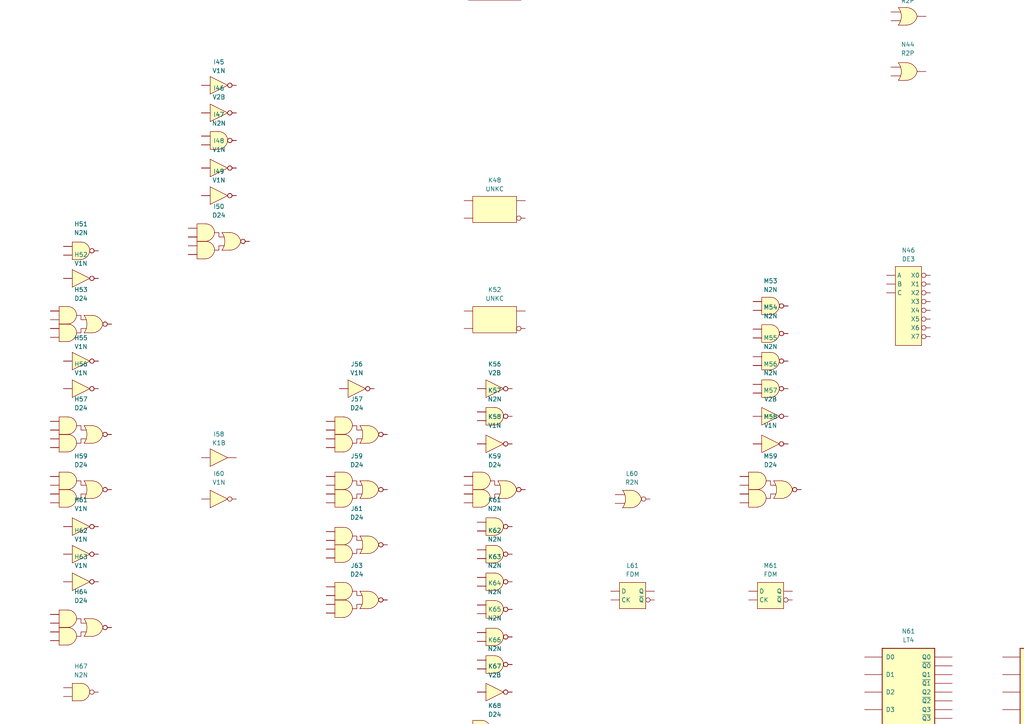
<source format=kicad_sch>
(kicad_sch (version 20231120) (generator "eeschema") (generator_version "8.0")
  (paper "A4")
  (symbol (lib_id "ga_fujitsu_av:D24") (at 63.49 68.74 0) (unit 1)
    (property "Reference" "I50" (at 63.49 59.9 0))
    (property "Value" "D24" (at 63.49 62.44 0))
    (property "Description" "2-wide 2-AND 4-input AND-OR-Inverter" (effects (hide yes)))
  )
  (symbol (lib_id "ga_fujitsu_av:FDM") (at 183.49 380.74 0) (unit 1)
    (property "Reference" "L87" (at 183.49 372.32 0))
    (property "Value" "FDM" (at 183.49 374.86 0))
    (property "Description" "DFF" (effects (hide yes)))
  )
  (symbol (lib_id "ga_fujitsu_av:V1N") (at -16.51 168.74 0) (unit 1)
    (property "Reference" "G63" (at -16.51 161.5 0))
    (property "Value" "V1N" (at -16.51 164.04 0))
    (property "Description" "Inverter" (effects (hide yes)))
  )
  (symbol (lib_id "ga_fujitsu_av:V2B") (at -176.51 -255.26 0) (unit 1)
    (property "Reference" "C10" (at -176.51 -262.68 0))
    (property "Value" "V2B" (at -176.51 -260.14 0))
    (property "Description" "Power Inverter" (effects (hide yes)))
  )
  (symbol (lib_name "ga_fujitsu_av:LT4") (lib_id "ga_fujitsu_av:LT4") (at 143.49 -127.26 0) (unit 1)
    (property "Reference" "K20" (at 143.49 -144.57 0))
    (property "Value" "LT4" (at 143.49 -142.03 0))
    (property "Description" "4-bit Latch" (effects (hide yes)))
  )
  (symbol (lib_id "ga_fujitsu_av:C43") (at -56.51 -43.26 0) (unit 1)
    (property "Reference" "F13" (at -56.51 -60.75 0))
    (property "Value" "C43" (at -56.51 -58.21 0))
    (property "Description" "4-bit Binary Synchronous Up Counter" (effects (hide yes)))
  )
  (symbol (lib_id "ga_fujitsu_av:R2P") (at 303.49 76.74 0) (unit 1)
    (property "Reference" "O51" (at 303.2995 68.79 0))
    (property "Value" "R2P" (at 303.2995 71.33 0))
    (property "Description" "2-lnput Power OR" (effects (hide yes)))
  )
  (symbol (lib_id "ga_fujitsu_av:FDM") (at 343.49 188.74 0) (unit 1)
    (property "Reference" "P63" (at 343.49 180.55 0))
    (property "Value" "FDM" (at 343.49 183.09 0))
    (property "Description" "DFF" (effects (hide yes)))
  )
  (symbol (lib_id "ga_fujitsu_av:R4P") (at 463.49 -7.26 0) (unit 1)
    (property "Reference" "S40" (at 463.2995 -16.3 0))
    (property "Value" "R4P" (at 463.2995 -13.76 0))
    (property "Description" "4-lnput Power OR" (effects (hide yes)))
  )
  (symbol (lib_name "ga_fujitsu_av:LT4") (lib_id "ga_fujitsu_av:LT4") (at 143.49 -15.26 0) (unit 1)
    (property "Reference" "K34" (at 143.49 -32.81 0))
    (property "Value" "LT4" (at 143.49 -30.27 0))
    (property "Description" "4-bit Latch" (effects (hide yes)))
  )
  (symbol (lib_id "ga_fujitsu_av:X2B") (at 343.49 572.74 0) (unit 1)
    (property "Reference" "P112" (at 343.3035 565.36 0))
    (property "Value" "X2B" (at 343.3035 567.9 0))
    (property "Description" "Power EOR" (effects (hide yes)))
  )
  (symbol (lib_id "ga_fujitsu_av:N2N") (at 143.49 152.74 0) (unit 1)
    (property "Reference" "K61" (at 143.49 144.99 0))
    (property "Value" "N2N" (at 143.49 147.53 0))
    (property "Description" "2-lnput NAND" (effects (hide yes)))
  )
  (symbol (lib_id "ga_fujitsu_av:V2B") (at -256.51 -23.26 0) (unit 1)
    (property "Reference" "A39" (at -256.51 -30.27 0))
    (property "Value" "V2B" (at -256.51 -27.73 0))
    (property "Description" "Power Inverter" (effects (hide yes)))
  )
  (symbol (lib_id "ga_fujitsu_av:V2B") (at 383.49 -319.26 0) (unit 1)
    (property "Reference" "Q2" (at 383.49 -326.18 0))
    (property "Value" "V2B" (at 383.49 -323.64 0))
    (property "Description" "Power Inverter" (effects (hide yes)))
  )
  (symbol (lib_id "ga_fujitsu_av:D24") (at 383.49 236.74 0) (unit 1)
    (property "Reference" "Q71" (at 383.49 227.54 0))
    (property "Value" "D24" (at 383.49 230.08 0))
    (property "Description" "2-wide 2-AND 4-input AND-OR-Inverter" (effects (hide yes)))
  )
  (symbol (lib_id "ga_fujitsu_av:D24") (at -256.51 156.74 0) (unit 1)
    (property "Reference" "A61" (at -256.51 147.53 0))
    (property "Value" "D24" (at -256.51 150.07 0))
    (property "Description" "2-wide 2-AND 4-input AND-OR-Inverter" (effects (hide yes)))
  )
  (symbol (lib_id "ga_fujitsu_av:R2N") (at 503.49 192.74 0) (unit 1)
    (property "Reference" "T66" (at 503.2995 185.63 0))
    (property "Value" "R2N" (at 503.2995 188.17 0))
    (property "Description" "2-lnput NOR" (effects (hide yes)))
  )
  (symbol (lib_id "ga_fujitsu_av:FDQ") (at -56.51 496.74 0) (unit 1)
    (property "Reference" "F94" (at -56.51 482.81 0))
    (property "Value" "FDQ" (at -56.51 485.35 0))
    (property "Description" "4-bit DFF (TODO)" (effects (hide yes)))
  )
  (symbol (lib_name "ga_fujitsu_av:LT4") (lib_id "ga_fujitsu_av:LT4") (at 303.49 472.74 0) (unit 1)
    (property "Reference" "O95" (at 303.49 454.87 0))
    (property "Value" "LT4" (at 303.49 457.41 0))
    (property "Description" "4-bit Latch" (effects (hide yes)))
  )
  (symbol (lib_id "ga_fujitsu_av:D24") (at 143.49 228.74 0) (unit 1)
    (property "Reference" "K70" (at 143.49 219.92 0))
    (property "Value" "D24" (at 143.49 222.46 0))
    (property "Description" "2-wide 2-AND 4-input AND-OR-Inverter" (effects (hide yes)))
  )
  (symbol (lib_id "ga_fujitsu_av:K4B") (at -256.51 -7.26 0) (unit 1)
    (property "Reference" "A40" (at -256.7005 -15.03 0))
    (property "Value" "K4B" (at -256.7005 -12.49 0))
    (property "Description" "K4B - Gated Clock Buffer (OR)" (effects (hide yes)))
  )
  (symbol (lib_id "ga_fujitsu_av:R4P") (at 463.49 -319.26 0) (unit 1)
    (property "Reference" "S1" (at 463.2995 -327.45 0))
    (property "Value" "R4P" (at 463.2995 -324.91 0))
    (property "Description" "4-lnput Power OR" (effects (hide yes)))
  )
  (symbol (lib_id "ga_fujitsu_av:D24") (at -176.51 188.74 0) (unit 1)
    (property "Reference" "C65" (at -176.51 180.55 0))
    (property "Value" "D24" (at -176.51 183.09 0))
    (property "Description" "2-wide 2-AND 4-input AND-OR-Inverter" (effects (hide yes)))
  )
  (symbol (lib_id "ga_fujitsu_av:D24") (at 543.49 -123.26 0) (unit 1)
    (property "Reference" "U26" (at 543.49 -131.87 0))
    (property "Value" "D24" (at 543.49 -129.33 0))
    (property "Description" "2-wide 2-AND 4-input AND-OR-Inverter" (effects (hide yes)))
  )
  (symbol (lib_id "ga_fujitsu_av:N2P") (at 383.49 -123.26 0) (unit 1)
    (property "Reference" "Q26" (at 383.49 -130.6 0))
    (property "Value" "N2P" (at 383.49 -128.06 0))
    (property "Description" "Power 2-input AND" (effects (hide yes)))
  )
  (symbol (lib_id "ga_fujitsu_av:V2B") (at 143.49 480.74 0) (unit 1)
    (property "Reference" "K102" (at 143.49 473.92 0))
    (property "Value" "V2B" (at 143.49 476.46 0))
    (property "Description" "Power Inverter" (effects (hide yes)))
  )
  (symbol (lib_id "ga_fujitsu_av:R2N") (at 183.49 -15.26 0) (unit 1)
    (property "Reference" "L40" (at 183.2995 -22.65 0))
    (property "Value" "R2N" (at 183.2995 -20.11 0))
    (property "Description" "2-lnput NOR" (effects (hide yes)))
  )
  (symbol (lib_id "ga_fujitsu_av:N2N") (at -136.51 152.74 0) (unit 1)
    (property "Reference" "D61" (at -136.51 144.99 0))
    (property "Value" "N2N" (at -136.51 147.53 0))
    (property "Description" "2-lnput NAND" (effects (hide yes)))
  )
  (symbol (lib_id "ga_fujitsu_av:R2N") (at 143.49 536.74 0) (unit 1)
    (property "Reference" "K109" (at 143.2995 529.8 0))
    (property "Value" "R2N" (at 143.2995 532.34 0))
    (property "Description" "2-lnput NOR" (effects (hide yes)))
  )
  (symbol (lib_id "ga_fujitsu_av:N2N") (at 143.49 328.74 0) (unit 1)
    (property "Reference" "K83" (at 143.49 321.52 0))
    (property "Value" "N2N" (at 143.49 324.06 0))
    (property "Description" "2-lnput NAND" (effects (hide yes)))
  )
  (symbol (lib_id "ga_fujitsu_av:V2B") (at -136.51 -271.26 0) (unit 1)
    (property "Reference" "D8" (at -136.51 -279.19 0))
    (property "Value" "V2B" (at -136.51 -276.65 0))
    (property "Description" "Power Inverter" (effects (hide yes)))
  )
  (symbol (lib_id "ga_fujitsu_av:R2N") (at 143.49 440.74 0) (unit 1)
    (property "Reference" "K97" (at 143.2995 433.28 0))
    (property "Value" "R2N" (at 143.2995 435.82 0))
    (property "Description" "2-lnput NOR" (effects (hide yes)))
  )
  (symbol (lib_id "ga_fujitsu_av:N2N") (at -16.51 -279.26 0) (unit 1)
    (property "Reference" "G7" (at -16.51 -286.81 0))
    (property "Value" "N2N" (at -16.51 -284.27 0))
    (property "Description" "2-lnput NAND" (effects (hide yes)))
  )
  (symbol (lib_id "ga_fujitsu_av:V1N") (at 543.49 -175.26 0) (unit 1)
    (property "Reference" "U20" (at 543.49 -182.67 0))
    (property "Value" "V1N" (at 543.49 -180.13 0))
    (property "Description" "Inverter" (effects (hide yes)))
  )
  (symbol (lib_id "ga_fujitsu_av:R2P") (at 263.49 -171.26 0) (unit 1)
    (property "Reference" "N20" (at 263.2995 -178.86 0))
    (property "Value" "R2P" (at 263.2995 -176.32 0))
    (property "Description" "2-lnput Power OR" (effects (hide yes)))
  )
  (symbol (lib_id "ga_fujitsu_av:N2N") (at 583.49 624.74 0) (unit 1)
    (property "Reference" "V120" (at 583.49 617.43 0))
    (property "Value" "N2N" (at 583.49 619.97 0))
    (property "Description" "2-lnput NAND" (effects (hide yes)))
  )
  (symbol (lib_name "ga_fujitsu_av:UNKD") (lib_id "ga_fujitsu_av:UNKD") (at 423.49 -227.26 0) (unit 1)
    (property "Reference" "R11" (at 423.49 -243.63 0))
    (property "Value" "UNKD" (at 423.49 -241.09 0))
    (property "Description" "Unknown" (effects (hide yes)))
  )
  (symbol (lib_id "ga_fujitsu_av:K2B") (at 143.49 560.74 0) (unit 1)
    (property "Reference" "K111" (at 143.49 553.93 0))
    (property "Value" "K2B" (at 143.49 556.47 0))
    (property "Description" "Power Clock Buffer" (effects (hide yes)))
  )
  (symbol (lib_id "ga_fujitsu_av:V2B") (at -256.51 -47.26 0) (unit 1)
    (property "Reference" "A36" (at -256.51 -54.4 0))
    (property "Value" "V2B" (at -256.51 -51.86 0))
    (property "Description" "Power Inverter" (effects (hide yes)))
  )
  (symbol (lib_id "ga_fujitsu_av:D24") (at -256.51 140.74 0) (unit 1)
    (property "Reference" "A59" (at -256.51 132.29 0))
    (property "Value" "D24" (at -256.51 134.83 0))
    (property "Description" "2-wide 2-AND 4-input AND-OR-Inverter" (effects (hide yes)))
  )
  (symbol (lib_id "ga_fujitsu_av:V2B") (at -136.51 -319.26 0) (unit 1)
    (property "Reference" "D2" (at -136.51 -326.18 0))
    (property "Value" "V2B" (at -136.51 -323.64 0))
    (property "Description" "Power Inverter" (effects (hide yes)))
  )
  (symbol (lib_id "ga_fujitsu_av:N4B") (at 503.49 132.74 0) (unit 1)
    (property "Reference" "T57" (at 503.49 124.67 0))
    (property "Value" "N4B" (at 503.49 127.21 0))
    (property "Description" "Power 4-input NAND" (effects (hide yes)))
  )
  (symbol (lib_id "ga_fujitsu_av:V1N") (at 23.49 104.74 0) (unit 1)
    (property "Reference" "H55" (at 23.49 98 0))
    (property "Value" "V1N" (at 23.49 100.54 0))
    (property "Description" "Inverter" (effects (hide yes)))
  )
  (symbol (lib_id "ga_fujitsu_av:V2B") (at 543.49 -143.26 0) (unit 1)
    (property "Reference" "U24" (at 543.49 -150.92 0))
    (property "Value" "V2B" (at 543.49 -148.38 0))
    (property "Description" "Power Inverter" (effects (hide yes)))
  )
  (symbol (lib_id "ga_fujitsu_av:D24") (at 183.49 556.74 0) (unit 1)
    (property "Reference" "L111" (at 183.49 547.58 0))
    (property "Value" "D24" (at 183.49 550.12 0))
    (property "Description" "2-wide 2-AND 4-input AND-OR-Inverter" (effects (hide yes)))
  )
  (symbol (lib_id "ga_fujitsu_av:D24") (at 183.49 452.74 0) (unit 1)
    (property "Reference" "L98" (at 183.49 444.71 0))
    (property "Value" "D24" (at 183.49 447.25 0))
    (property "Description" "2-wide 2-AND 4-input AND-OR-Inverter" (effects (hide yes)))
  )
  (symbol (lib_id "ga_fujitsu_av:V1N") (at -56.51 400.74 0) (unit 1)
    (property "Reference" "F92" (at -56.51 393.91 0))
    (property "Value" "V1N" (at -56.51 396.45 0))
    (property "Description" "Inverter" (effects (hide yes)))
  )
  (symbol (lib_id "ga_fujitsu_av:N2N") (at 143.49 192.74 0) (unit 1)
    (property "Reference" "K66" (at 143.49 185.63 0))
    (property "Value" "N2N" (at 143.49 188.17 0))
    (property "Description" "2-lnput NAND" (effects (hide yes)))
  )
  (symbol (lib_id "ga_fujitsu_av:FDM") (at 463.49 172.74 0) (unit 1)
    (property "Reference" "S61" (at 463.49 164.04 0))
    (property "Value" "FDM" (at 463.49 166.58 0))
    (property "Description" "DFF" (effects (hide yes)))
  )
  (symbol (lib_id "ga_fujitsu_av:FDM") (at 183.49 604.74 0) (unit 1)
    (property "Reference" "L115" (at 183.49 595.84 0))
    (property "Value" "FDM" (at 183.49 598.38 0))
    (property "Description" "DFF" (effects (hide yes)))
  )
  (symbol (lib_id "ga_fujitsu_av:V1N") (at -16.51 176.74 0) (unit 1)
    (property "Reference" "G64" (at -16.51 169.12 0))
    (property "Value" "V1N" (at -16.51 171.66 0))
    (property "Description" "Inverter" (effects (hide yes)))
  )
  (symbol (lib_id "ga_fujitsu_av:UNKC") (at 143.49 60.74 0) (unit 1)
    (property "Reference" "K48" (at 143.49 52.28 0))
    (property "Value" "UNKC" (at 143.49 54.82 0))
    (property "Description" "Unknown (Latch?)" (effects (hide yes)))
  )
  (symbol (lib_id "ga_fujitsu_av:R4P") (at 463.49 40.74 0) (unit 1)
    (property "Reference" "S46" (at 463.2995 31.96 0))
    (property "Value" "R4P" (at 463.2995 34.5 0))
    (property "Description" "4-lnput Power OR" (effects (hide yes)))
  )
  (symbol (lib_id "ga_fujitsu_av:N2N") (at -96.51 576.74 0) (unit 1)
    (property "Reference" "E114" (at -96.51 569.17 0))
    (property "Value" "N2N" (at -96.51 571.71 0))
    (property "Description" "2-lnput NAND" (effects (hide yes)))
  )
  (symbol (lib_id "ga_fujitsu_av:N2N") (at 543.49 -327.26 0) (unit 1)
    (property "Reference" "U1" (at 543.49 -333.8 0))
    (property "Value" "N2N" (at 543.49 -331.26 0))
    (property "Description" "2-lnput NAND" (effects (hide yes)))
  )
  (symbol (lib_id "ga_fujitsu_av:D24") (at -256.51 92.74 0) (unit 1)
    (property "Reference" "A53" (at -256.51 84.03 0))
    (property "Value" "D24" (at -256.51 86.57 0))
    (property "Description" "2-wide 2-AND 4-input AND-OR-Inverter" (effects (hide yes)))
  )
  (symbol (lib_id "ga_fujitsu_av:N2N") (at 143.49 120.74 0) (unit 1)
    (property "Reference" "K57" (at 143.49 113.24 0))
    (property "Value" "N2N" (at 143.49 115.78 0))
    (property "Description" "2-lnput NAND" (effects (hide yes)))
  )
  (symbol (lib_id "ga_fujitsu_av:V1N") (at 63.49 48.74 0) (unit 1)
    (property "Reference" "I48" (at 63.49 40.85 0))
    (property "Value" "V1N" (at 63.49 43.39 0))
    (property "Description" "Inverter" (effects (hide yes)))
  )
  (symbol (lib_id "ga_fujitsu_av:X2B") (at 303.49 -99.26 0) (unit 1)
    (property "Reference" "O28" (at 303.3035 -106.47 0))
    (property "Value" "X2B" (at 303.3035 -103.93 0))
    (property "Description" "Power EOR" (effects (hide yes)))
  )
  (symbol (lib_id "ga_fujitsu_av:D24") (at 63.49 588.74 0) (unit 1)
    (property "Reference" "I115" (at 63.49 580.6 0))
    (property "Value" "D24" (at 63.49 583.14 0))
    (property "Description" "2-wide 2-AND 4-input AND-OR-Inverter" (effects (hide yes)))
  )
  (symbol (lib_id "ga_fujitsu_av:D24") (at -176.51 204.74 0) (unit 1)
    (property "Reference" "C67" (at -176.51 195.79 0))
    (property "Value" "D24" (at -176.51 198.33 0))
    (property "Description" "2-wide 2-AND 4-input AND-OR-Inverter" (effects (hide yes)))
  )
  (symbol (lib_id "ga_fujitsu_av:D24") (at 23.49 140.74 0) (unit 1)
    (property "Reference" "H59" (at 23.49 132.29 0))
    (property "Value" "D24" (at 23.49 134.83 0))
    (property "Description" "2-wide 2-AND 4-input AND-OR-Inverter" (effects (hide yes)))
  )
  (symbol (lib_id "ga_fujitsu_av:D24") (at 143.49 244.74 0) (unit 1)
    (property "Reference" "K72" (at 143.49 236.43 0))
    (property "Value" "D24" (at 143.49 238.97 0))
    (property "Description" "2-wide 2-AND 4-input AND-OR-Inverter" (effects (hide yes)))
  )
  (symbol (lib_id "ga_fujitsu_av:D24") (at -256.51 172.74 0) (unit 1)
    (property "Reference" "A63" (at -256.51 164.04 0))
    (property "Value" "D24" (at -256.51 166.58 0))
    (property "Description" "2-wide 2-AND 4-input AND-OR-Inverter" (effects (hide yes)))
  )
  (symbol (lib_id "ga_fujitsu_av:V2B") (at 63.49 -119.26 0) (unit 1)
    (property "Reference" "I27" (at 63.49 -126.79 0))
    (property "Value" "V2B" (at 63.49 -124.25 0))
    (property "Description" "Power Inverter" (effects (hide yes)))
  )
  (symbol (lib_id "ga_fujitsu_av:N2N") (at 583.49 -319.26 0) (unit 1)
    (property "Reference" "V2" (at 583.49 -326.18 0))
    (property "Value" "N2N" (at 583.49 -323.64 0))
    (property "Description" "2-lnput NAND" (effects (hide yes)))
  )
  (symbol (lib_id "ga_fujitsu_av:N3N") (at 503.49 -91.26 0) (unit 1)
    (property "Reference" "T30" (at 503.49 -98.85 0))
    (property "Value" "N3N" (at 503.49 -96.31 0))
    (property "Description" "3-input NAND" (effects (hide yes)))
  )
  (symbol (lib_id "ga_fujitsu_av:D24") (at 383.49 252.74 0) (unit 1)
    (property "Reference" "Q73" (at 383.49 244.05 0))
    (property "Value" "D24" (at 383.49 246.59 0))
    (property "Description" "2-wide 2-AND 4-input AND-OR-Inverter" (effects (hide yes)))
  )
  (symbol (lib_id "ga_fujitsu_av:D24") (at -256.51 388.74 0) (unit 1)
    (property "Reference" "A90" (at -256.51 379.94 0))
    (property "Value" "D24" (at -256.51 382.48 0))
    (property "Description" "2-wide 2-AND 4-input AND-OR-Inverter" (effects (hide yes)))
  )
  (symbol (lib_name "ga_fujitsu_av:U24") (lib_id "ga_fujitsu_av:U24") (at 423.49 292.74 0) (unit 1)
    (property "Reference" "R76" (at 423.49 277.07 0))
    (property "Value" "U34" (at 423.49 279.61 0))
    (property "Description" "Power 2-OR 4-wide Multiplexer" (effects (hide yes)))
  )
  (symbol (lib_id "ga_fujitsu_av:N8B") (at 263.49 -107.26 0) (unit 1)
    (property "Reference" "N26" (at 266.03 -120.44 0))
    (property "Value" "N8B" (at 266.03 -117.9 0))
    (property "Description" "Power 8-input NAND" (effects (hide yes)))
  )
  (symbol (lib_id "ga_fujitsu_av:K1B") (at 63.49 132.74 0) (unit 1)
    (property "Reference" "I58" (at 63.49 125.94 0))
    (property "Value" "K1B" (at 63.49 128.48 0))
    (property "Description" "Clock Buffer" (effects (hide yes)))
  )
  (symbol (lib_id "ga_fujitsu_av:N2N") (at 383.49 504.74 0) (unit 1)
    (property "Reference" "Q105" (at 383.49 496.78 0))
    (property "Value" "N2N" (at 383.49 499.32 0))
    (property "Description" "2-lnput NAND" (effects (hide yes)))
  )
  (symbol (lib_id "ga_fujitsu_av:V1N") (at 543.49 96.74 0) (unit 1)
    (property "Reference" "U54" (at 543.49 89.11 0))
    (property "Value" "V1N" (at 543.49 91.65 0))
    (property "Description" "Inverter" (effects (hide yes)))
  )
  (symbol (lib_id "ga_fujitsu_av:C43") (at -176.51 -43.26 0) (unit 1)
    (property "Reference" "C13" (at -176.51 -60.75 0))
    (property "Value" "C43" (at -176.51 -58.21 0))
    (property "Description" "4-bit Binary Synchronous Up Counter" (effects (hide yes)))
  )
  (symbol (lib_id "ga_fujitsu_av:V2B") (at 543.49 -319.26 0) (unit 1)
    (property "Reference" "U2" (at 543.49 -326.18 0))
    (property "Value" "V2B" (at 543.49 -323.64 0))
    (property "Description" "Power Inverter" (effects (hide yes)))
  )
  (symbol (lib_id "ga_fujitsu_av:D24") (at 223.49 140.74 0) (unit 1)
    (property "Reference" "M59" (at 223.49 132.29 0))
    (property "Value" "D24" (at 223.49 134.83 0))
    (property "Description" "2-wide 2-AND 4-input AND-OR-Inverter" (effects (hide yes)))
  )
  (symbol (lib_id "ga_fujitsu_av:N2N") (at 383.49 392.74 0) (unit 1)
    (property "Reference" "Q91" (at 383.49 385.02 0))
    (property "Value" "N2N" (at 383.49 387.56 0))
    (property "Description" "2-lnput NAND" (effects (hide yes)))
  )
  (symbol (lib_id "ga_fujitsu_av:N2N") (at 583.49 -271.26 0) (unit 1)
    (property "Reference" "V8" (at 583.49 -279.19 0))
    (property "Value" "N2N" (at 583.49 -276.65 0))
    (property "Description" "2-lnput NAND" (effects (hide yes)))
  )
  (symbol (lib_id "ga_fujitsu_av:D24") (at 463.49 396.74 0) (unit 1)
    (property "Reference" "S91" (at 463.49 387.56 0))
    (property "Value" "D24" (at 463.49 390.1 0))
    (property "Description" "2-wide 2-AND 4-input AND-OR-Inverter" (effects (hide yes)))
  )
  (symbol (lib_id "ga_fujitsu_av:R2N") (at 143.49 544.74 0) (unit 1)
    (property "Reference" "K110" (at 143.2995 537.42 0))
    (property "Value" "R2N" (at 143.2995 539.96 0))
    (property "Description" "2-lnput NOR" (effects (hide yes)))
  )
  (symbol (lib_id "ga_fujitsu_av:FDQ") (at 583.49 -175.26 0) (unit 1)
    (property "Reference" "V10" (at 583.49 -189.02 0))
    (property "Value" "FDQ" (at 583.49 -186.48 0))
    (property "Description" "4-bit DFF (TODO)" (effects (hide yes)))
  )
  (symbol (lib_id "ga_fujitsu_av:D24") (at 343.49 284.74 0) (unit 1)
    (property "Reference" "P77" (at 343.49 275.8 0))
    (property "Value" "D24" (at 343.49 278.34 0))
    (property "Description" "2-wide 2-AND 4-input AND-OR-Inverter" (effects (hide yes)))
  )
  (symbol (lib_id "ga_fujitsu_av:R4P") (at 463.49 64.74 0) (unit 1)
    (property "Reference" "S49" (at 463.2995 56.09 0))
    (property "Value" "R4P" (at 463.2995 58.63 0))
    (property "Description" "4-lnput Power OR" (effects (hide yes)))
  )
  (symbol (lib_id "ga_fujitsu_av:R2B") (at 263.49 -311.26 0) (unit 1)
    (property "Reference" "N2" (at 263.2995 -318.56 0))
    (property "Value" "R2B" (at 263.2995 -316.02 0))
    (property "Description" "Power 2-input NOR" (effects (hide yes)))
  )
  (symbol (lib_id "ga_fujitsu_av:V1N") (at -16.51 -319.26 0) (unit 1)
    (property "Reference" "G2" (at -16.51 -326.18 0))
    (property "Value" "V1N" (at -16.51 -323.64 0))
    (property "Description" "Inverter" (effects (hide yes)))
  )
  (symbol (lib_id "ga_fujitsu_av:N2N") (at 583.49 -263.26 0) (unit 1)
    (property "Reference" "V9" (at 583.49 -270.3 0))
    (property "Value" "N2N" (at 583.49 -267.76 0))
    (property "Description" "2-lnput NAND" (effects (hide yes)))
  )
  (symbol (lib_id "ga_fujitsu_av:K2B") (at 143.49 584.74 0) (unit 1)
    (property "Reference" "K114" (at 143.49 576.79 0))
    (property "Value" "K2B" (at 143.49 579.33 0))
    (property "Description" "Power Clock Buffer" (effects (hide yes)))
  )
  (symbol (lib_id "ga_fujitsu_av:D24") (at 423.49 372.74 0) (unit 1)
    (property "Reference" "R88" (at 423.49 364.7 0))
    (property "Value" "D24" (at 423.49 367.24 0))
    (property "Description" "2-wide 2-AND 4-input AND-OR-Inverter" (effects (hide yes)))
  )
  (symbol (lib_id "ga_fujitsu_av:N2P") (at -96.51 604.74 0) (unit 1)
    (property "Reference" "E117" (at -96.51 597.11 0))
    (property "Value" "N2P" (at -96.51 599.65 0))
    (property "Description" "Power 2-input AND" (effects (hide yes)))
  )
  (symbol (lib_id "ga_fujitsu_av:R2N") (at 143.49 448.74 0) (unit 1)
    (property "Reference" "K98" (at 143.2995 440.9 0))
    (property "Value" "R2N" (at 143.2995 443.44 0))
    (property "Description" "2-lnput NOR" (effects (hide yes)))
  )
  (symbol (lib_id "ga_fujitsu_av:V2B") (at 383.49 -287.26 0) (unit 1)
    (property "Reference" "Q6" (at 383.49 -294.43 0))
    (property "Value" "V2B" (at 383.49 -291.89 0))
    (property "Description" "Power Inverter" (effects (hide yes)))
  )
  (symbol (lib_id "ga_fujitsu_av:D24") (at -16.51 -299.26 0) (unit 1)
    (property "Reference" "G4" (at -16.51 -308.4 0))
    (property "Value" "D24" (at -16.51 -305.86 0))
    (property "Description" "2-wide 2-AND 4-input AND-OR-Inverter" (effects (hide yes)))
  )
  (symbol (lib_id "ga_fujitsu_av:D24") (at 103.49 140.74 0) (unit 1)
    (property "Reference" "J59" (at 103.49 132.29 0))
    (property "Value" "D24" (at 103.49 134.83 0))
    (property "Description" "2-wide 2-AND 4-input AND-OR-Inverter" (effects (hide yes)))
  )
  (symbol (lib_id "ga_fujitsu_av:N2N") (at 583.49 504.74 0) (unit 1)
    (property "Reference" "V105" (at 583.49 496.78 0))
    (property "Value" "N2N" (at 583.49 499.32 0))
    (property "Description" "2-lnput NAND" (effects (hide yes)))
  )
  (symbol (lib_id "ga_fujitsu_av:D24") (at 343.49 364.74 0) (unit 1)
    (property "Reference" "P87" (at 343.49 355.81 0))
    (property "Value" "D24" (at 343.49 358.35 0))
    (property "Description" "2-wide 2-AND 4-input AND-OR-Inverter" (effects (hide yes)))
  )
  (symbol (lib_id "ga_fujitsu_av:V1N") (at 63.49 24.74 0) (unit 1)
    (property "Reference" "I45" (at 63.49 17.99 0))
    (property "Value" "V1N" (at 63.49 20.53 0))
    (property "Description" "Inverter" (effects (hide yes)))
  )
  (symbol (lib_id "ga_fujitsu_av:FDM") (at 463.49 220.74 0) (unit 1)
    (property "Reference" "S67" (at 463.49 212.3 0))
    (property "Value" "FDM" (at 463.49 214.84 0))
    (property "Description" "DFF" (effects (hide yes)))
  )
  (symbol (lib_id "ga_fujitsu_av:N4N") (at -136.51 -291.26 0) (unit 1)
    (property "Reference" "D5" (at -135.24 -299.51 0))
    (property "Value" "N4N" (at -135.24 -296.97 0))
    (property "Description" "4-input NAND" (effects (hide yes)))
  )
  (symbol (lib_id "ga_fujitsu_av:D24") (at 143.49 -187.26 0) (unit 1)
    (property "Reference" "K18" (at 143.49 -195.37 0))
    (property "Value" "D24" (at 143.49 -192.83 0))
    (property "Description" "2-wide 2-AND 4-input AND-OR-Inverter" (effects (hide yes)))
  )
  (symbol (lib_id "ga_fujitsu_av:N2N") (at 583.49 -303.26 0) (unit 1)
    (property "Reference" "V4" (at 583.49 -310.94 0))
    (property "Value" "N2N" (at 583.49 -308.4 0))
    (property "Description" "2-lnput NAND" (effects (hide yes)))
  )
  (symbol (lib_id "ga_fujitsu_av:FDN") (at 303.49 -183.26 0) (unit 1)
    (property "Reference" "O16" (at 303.49 -176.32 0))
    (property "Value" "FDN" (at 303.49 -173.78 0))
    (property "Description" "DFF with SET" (effects (hide yes)))
  )
  (symbol (lib_id "ga_fujitsu_av:D24") (at 423.49 388.74 0) (unit 1)
    (property "Reference" "R90" (at 423.49 379.94 0))
    (property "Value" "D24" (at 423.49 382.48 0))
    (property "Description" "2-wide 2-AND 4-input AND-OR-Inverter" (effects (hide yes)))
  )
  (symbol (lib_id "ga_fujitsu_av:N3N") (at -216.51 -275.26 0) (unit 1)
    (property "Reference" "B7" (at -216.51 -283 0))
    (property "Value" "N3N" (at -216.51 -280.46 0))
    (property "Description" "3-input NAND" (effects (hide yes)))
  )
  (symbol (lib_id "ga_fujitsu_av:N2N") (at 583.49 40.74 0) (unit 1)
    (property "Reference" "V47" (at 583.49 33.23 0))
    (property "Value" "N2N" (at 583.49 35.77 0))
    (property "Description" "2-lnput NAND" (effects (hide yes)))
  )
  (symbol (lib_id "ga_fujitsu_av:V1N") (at 543.49 -135.26 0) (unit 1)
    (property "Reference" "U25" (at 543.49 -142.03 0))
    (property "Value" "V1N" (at 543.49 -139.49 0))
    (property "Description" "Inverter" (effects (hide yes)))
  )
  (symbol (lib_id "ga_fujitsu_av:N2N") (at -176.51 -319.26 0) (unit 1)
    (property "Reference" "C2" (at -176.51 -326.18 0))
    (property "Value" "N2N" (at -176.51 -323.64 0))
    (property "Description" "2-lnput NAND" (effects (hide yes)))
  )
  (symbol (lib_id "ga_fujitsu_av:R2P") (at 263.49 -59.26 0) (unit 1)
    (property "Reference" "N34" (at 263.2995 -67.1 0))
    (property "Value" "R2P" (at 263.2995 -64.56 0))
    (property "Description" "2-lnput Power OR" (effects (hide yes)))
  )
  (symbol (lib_id "ga_fujitsu_av:N2N") (at -176.51 -327.26 0) (unit 1)
    (property "Reference" "C1" (at -176.51 -333.8 0))
    (property "Value" "N2N" (at -176.51 -331.26 0))
    (property "Description" "2-lnput NAND" (effects (hide yes)))
  )
  (symbol (lib_id "ga_fujitsu_av:R2P") (at 303.49 108.74 0) (unit 1)
    (property "Reference" "O55" (at 303.2995 101.81 0))
    (property "Value" "R2P" (at 303.2995 104.35 0))
    (property "Description" "2-lnput Power OR" (effects (hide yes)))
  )
  (symbol (lib_name "ga_fujitsu_av:LT4") (lib_id "ga_fujitsu_av:LT4") (at 263.49 328.74 0) (unit 1)
    (property "Reference" "N77" (at 263.49 311.36 0))
    (property "Value" "LT4" (at 263.49 313.9 0))
    (property "Description" "4-bit Latch" (effects (hide yes)))
  )
  (symbol (lib_id "ga_fujitsu_av:D24") (at 383.49 156.74 0) (unit 1)
    (property "Reference" "Q61" (at 383.49 147.53 0))
    (property "Value" "D24" (at 383.49 150.07 0))
    (property "Description" "2-wide 2-AND 4-input AND-OR-Inverter" (effects (hide yes)))
  )
  (symbol (lib_id "ga_fujitsu_av:N2P") (at -16.51 -51.26 0) (unit 1)
    (property "Reference" "G35" (at -16.51 -58.21 0))
    (property "Value" "N2P" (at -16.51 -55.67 0))
    (property "Description" "Power 2-input AND" (effects (hide yes)))
  )
  (symbol (lib_id "ga_fujitsu_av:N2N") (at 543.49 -239.26 0) (unit 1)
    (property "Reference" "U12" (at 543.49 -246.17 0))
    (property "Value" "N2N" (at 543.49 -243.63 0))
    (property "Description" "2-lnput NAND" (effects (hide yes)))
  )
  (symbol (lib_id "ga_fujitsu_av:V2B") (at -216.51 -263.26 0) (unit 1)
    (property "Reference" "B9" (at -216.51 -270.3 0))
    (property "Value" "V2B" (at -216.51 -267.76 0))
    (property "Description" "Power Inverter" (effects (hide yes)))
  )
  (symbol (lib_id "ga_fujitsu_av:N2N") (at -96.51 584.74 0) (unit 1)
    (property "Reference" "E115" (at -96.51 576.79 0))
    (property "Value" "N2N" (at -96.51 579.33 0))
    (property "Description" "2-lnput NAND" (effects (hide yes)))
  )
  (symbol (lib_id "ga_fujitsu_av:R2N") (at 143.49 504.74 0) (unit 1)
    (property "Reference" "K105" (at 143.2995 496.78 0))
    (property "Value" "R2N" (at 143.2995 499.32 0))
    (property "Description" "2-lnput NOR" (effects (hide yes)))
  )
  (symbol (lib_id "ga_fujitsu_av:N2N") (at 583.49 256.74 0) (unit 1)
    (property "Reference" "V74" (at 583.49 249.13 0))
    (property "Value" "N2N" (at 583.49 251.67 0))
    (property "Description" "2-lnput NAND" (effects (hide yes)))
  )
  (symbol (lib_id "ga_fujitsu_av:X1B") (at -136.51 404.74 0) (unit 1)
    (property "Reference" "D91" (at -136.6965 397.72 0))
    (property "Value" "X1B" (at -136.6965 400.26 0))
    (property "Description" "Power ENOR" (effects (hide yes)))
  )
  (symbol (lib_name "ga_fujitsu_av:LT4") (lib_id "ga_fujitsu_av:LT4") (at 383.49 568.74 0) (unit 1)
    (property "Reference" "Q107" (at 383.49 551.39 0))
    (property "Value" "LT4" (at 383.49 553.93 0))
    (property "Description" "4-bit Latch" (effects (hide yes)))
  )
  (symbol (lib_name "ga_fujitsu_av:LT4") (lib_id "ga_fujitsu_av:LT4") (at 303.49 200.74 0) (unit 1)
    (property "Reference" "O61" (at 303.49 183.09 0))
    (property "Value" "LT4" (at 303.49 185.63 0))
    (property "Description" "4-bit Latch" (effects (hide yes)))
  )
  (symbol (lib_id "ga_fujitsu_av:R2P") (at 303.49 92.74 0) (unit 1)
    (property "Reference" "O53" (at 303.2995 85.3 0))
    (property "Value" "R2P" (at 303.2995 87.84 0))
    (property "Description" "2-lnput Power OR" (effects (hide yes)))
  )
  (symbol (lib_id "ga_fujitsu_av:R4P") (at 463.49 16.74 0) (unit 1)
    (property "Reference" "S43" (at 463.2995 7.83 0))
    (property "Value" "R4P" (at 463.2995 10.37 0))
    (property "Description" "4-lnput Power OR" (effects (hide yes)))
  )
  (symbol (lib_name "ga_fujitsu_av:UNKH") (lib_id "ga_fujitsu_av:UNKH") (at 343.49 -151.26 0) (unit 1)
    (property "Reference" "P19" (at 343.49 -172.51 0))
    (property "Value" "UNKH" (at 343.49 -169.97 0))
    (property "Description" "Unknown" (effects (hide yes)))
  )
  (symbol (lib_id "ga_fujitsu_av:N2P") (at 383.49 -299.26 0) (unit 1)
    (property "Reference" "Q4" (at 383.49 -307.13 0))
    (property "Value" "N2P" (at 383.49 -304.59 0))
    (property "Description" "Power 2-input AND" (effects (hide yes)))
  )
  (symbol (lib_id "ga_fujitsu_av:N2N") (at 543.49 -215.26 0) (unit 1)
    (property "Reference" "U15" (at 543.49 -222.04 0))
    (property "Value" "N2N" (at 543.49 -219.5 0))
    (property "Description" "2-lnput NAND" (effects (hide yes)))
  )
  (symbol (lib_id "ga_fujitsu_av:FDQ") (at -256.51 528.74 0) (unit 1)
    (property "Reference" "A98" (at -256.51 514.56 0))
    (property "Value" "FDQ" (at -256.51 517.1 0))
    (property "Description" "4-bit DFF (TODO)" (effects (hide yes)))
  )
  (symbol (lib_name "ga_fujitsu_av:UNKH") (lib_id "ga_fujitsu_av:UNKH") (at 423.49 -167.26 0) (unit 1)
    (property "Reference" "R17" (at 423.49 -189.02 0))
    (property "Value" "UNKH" (at 423.49 -186.48 0))
    (property "Description" "Unknown" (effects (hide yes)))
  )
  (symbol (lib_id "ga_fujitsu_av:V1N") (at 63.49 144.74 0) (unit 1)
    (property "Reference" "I60" (at 63.49 137.37 0))
    (property "Value" "V1N" (at 63.49 139.91 0))
    (property "Description" "Inverter" (effects (hide yes)))
  )
  (symbol (lib_id "ga_fujitsu_av:UNKE") (at 383.49 52.74 0) (unit 1)
    (property "Reference" "Q46" (at 383.49 37.04 0))
    (property "Value" "UNKE" (at 383.49 39.58 0))
    (property "Description" "Unknown" (effects (hide yes)))
  )
  (symbol (lib_id "ga_fujitsu_av:N2N") (at -176.51 -311.26 0) (unit 1)
    (property "Reference" "C3" (at -176.51 -318.56 0))
    (property "Value" "N2N" (at -176.51 -316.02 0))
    (property "Description" "2-lnput NAND" (effects (hide yes)))
  )
  (symbol (lib_id "ga_fujitsu_av:D24") (at -256.51 -35.26 0) (unit 1)
    (property "Reference" "A37" (at -256.51 -44.24 0))
    (property "Value" "D24" (at -256.51 -41.7 0))
    (property "Description" "2-wide 2-AND 4-input AND-OR-Inverter" (effects (hide yes)))
  )
  (symbol (lib_id "ga_fujitsu_av:V1N") (at 543.49 -271.26 0) (unit 1)
    (property "Reference" "U8" (at 543.49 -279.19 0))
    (property "Value" "V1N" (at 543.49 -276.65 0))
    (property "Description" "Inverter" (effects (hide yes)))
  )
  (symbol (lib_id "ga_fujitsu_av:R2N") (at 143.49 304.74 0) (unit 1)
    (property "Reference" "K80" (at 143.2995 297.39 0))
    (property "Value" "R2N" (at 143.2995 299.93 0))
    (property "Description" "2-lnput NOR" (effects (hide yes)))
  )
  (symbol (lib_id "ga_fujitsu_av:D24") (at 383.49 220.74 0) (unit 1)
    (property "Reference" "Q69" (at 383.49 212.3 0))
    (property "Value" "D24" (at 383.49 214.84 0))
    (property "Description" "2-wide 2-AND 4-input AND-OR-Inverter" (effects (hide yes)))
  )
  (symbol (lib_id "ga_fujitsu_av:R2N") (at 383.49 24.74 0) (unit 1)
    (property "Reference" "Q45" (at 383.2995 17.99 0))
    (property "Value" "R2N" (at 383.2995 20.53 0))
    (property "Description" "2-lnput NOR" (effects (hide yes)))
  )
  (symbol (lib_id "ga_fujitsu_av:R2N") (at 583.49 568.74 0) (unit 1)
    (property "Reference" "V113" (at 583.2995 561.55 0))
    (property "Value" "R2N" (at 583.2995 564.09 0))
    (property "Description" "2-lnput NOR" (effects (hide yes)))
  )
  (symbol (lib_id "ga_fujitsu_av:A4H") (at 103.49 388.74 0) (unit 1)
    (property "Reference" "J66" (at 103.49 369.78 0))
    (property "Value" "A4H" (at 103.49 372.32 0))
    (property "Description" "A4H - 4bit Full Adder" (effects (hide yes)))
  )
  (symbol (lib_id "ga_fujitsu_av:N8B") (at 303.49 -51.26 0) (unit 1)
    (property "Reference" "O33" (at 306.03 -64.56 0))
    (property "Value" "N8B" (at 306.03 -62.02 0))
    (property "Description" "Power 8-input NAND" (effects (hide yes)))
  )
  (symbol (lib_id "ga_fujitsu_av:R2N") (at 143.49 312.74 0) (unit 1)
    (property "Reference" "K81" (at 143.2995 305.01 0))
    (property "Value" "R2N" (at 143.2995 307.55 0))
    (property "Description" "2-lnput NOR" (effects (hide yes)))
  )
  (symbol (lib_id "ga_fujitsu_av:FDD") (at -16.51 -127.26 0) (unit 1)
    (property "Reference" "G21" (at -14.3159 -136.95 0) (effects (justify left)))
    (property "Value" "FDD" (at -14.3159 -134.41 0) (effects (justify left)))
    (property "Description" "Positive Edge Clocked Power DFF with CLEAR and PRESET" (effects (hide yes)))
  )
  (symbol (lib_id "ga_fujitsu_av:V1N") (at 23.49 80.74 0) (unit 1)
    (property "Reference" "H52" (at 23.49 73.87 0))
    (property "Value" "V1N" (at 23.49 76.41 0))
    (property "Description" "Inverter" (effects (hide yes)))
  )
  (symbol (lib_id "ga_fujitsu_av:D24") (at 183.49 524.74 0) (unit 1)
    (property "Reference" "L107" (at 183.49 515.83 0))
    (property "Value" "D24" (at 183.49 518.37 0))
    (property "Description" "2-wide 2-AND 4-input AND-OR-Inverter" (effects (hide yes)))
  )
  (symbol (lib_id "ga_fujitsu_av:V1N") (at -16.51 184.74 0) (unit 1)
    (property "Reference" "G65" (at -16.51 176.74 0))
    (property "Value" "V1N" (at -16.51 179.28 0))
    (property "Description" "Inverter" (effects (hide yes)))
  )
  (symbol (lib_id "ga_fujitsu_av:A4H") (at 223.49 -115.26 0) (unit 1)
    (property "Reference" "M3" (at 223.49 -134.41 0))
    (property "Value" "A4H" (at 223.49 -131.87 0))
    (property "Description" "A4H - 4bit Full Adder" (effects (hide yes)))
  )
  (symbol (lib_id "ga_fujitsu_av:R2B") (at -16.51 104.74 0) (unit 1)
    (property "Reference" "G54" (at -16.7005 98 0))
    (property "Value" "R2B" (at -16.7005 100.54 0))
    (property "Description" "Power 2-input NOR" (effects (hide yes)))
  )
  (symbol (lib_id "ga_fujitsu_av:N2N") (at 583.49 264.74 0) (unit 1)
    (property "Reference" "V75" (at 583.49 256.75 0))
    (property "Value" "N2N" (at 583.49 259.29 0))
    (property "Description" "2-lnput NAND" (effects (hide yes)))
  )
  (symbol (lib_name "ga_fujitsu_av:UNKH") (lib_id "ga_fujitsu_av:UNKH") (at 343.49 112.74 0) (unit 1)
    (property "Reference" "P52" (at 343.49 91.65 0))
    (property "Value" "UNKH" (at 343.49 94.19 0))
    (property "Description" "Unknown" (effects (hide yes)))
  )
  (symbol (lib_id "ga_fujitsu_av:V2B") (at -136.51 160.74 0) (unit 1)
    (property "Reference" "D62" (at -136.51 153.88 0))
    (property "Value" "V2B" (at -136.51 156.42 0))
    (property "Description" "Power Inverter" (effects (hide yes)))
  )
  (symbol (lib_id "ga_fujitsu_av:V2B") (at -96.51 104.74 0) (unit 1)
    (property "Reference" "E55" (at -96.51 98 0))
    (property "Value" "V2B" (at -96.51 100.54 0))
    (property "Description" "Power Inverter" (effects (hide yes)))
  )
  (symbol (lib_id "ga_fujitsu_av:FDM") (at 383.49 428.74 0) (unit 1)
    (property "Reference" "Q93" (at 383.49 420.58 0))
    (property "Value" "FDM" (at 383.49 423.12 0))
    (property "Description" "DFF" (effects (hide yes)))
  )
  (symbol (lib_name "ga_fujitsu_av:LT4") (lib_id "ga_fujitsu_av:LT4") (at -216.51 200.74 0) (unit 1)
    (property "Reference" "B61" (at -216.51 183.09 0))
    (property "Value" "LT4" (at -216.51 185.63 0))
    (property "Description" "4-bit Latch" (effects (hide yes)))
  )
  (symbol (lib_id "ga_fujitsu_av:R2P") (at 503.49 36.74 0) (unit 1)
    (property "Reference" "T46" (at 503.2995 29.42 0))
    (property "Value" "R2P" (at 503.2995 31.96 0))
    (property "Description" "2-lnput Power OR" (effects (hide yes)))
  )
  (symbol (lib_id "ga_fujitsu_av:D24") (at 23.49 124.74 0) (unit 1)
    (property "Reference" "H57" (at 23.49 115.78 0))
    (property "Value" "D24" (at 23.49 118.32 0))
    (property "Description" "2-wide 2-AND 4-input AND-OR-Inverter" (effects (hide yes)))
  )
  (symbol (lib_id "ga_fujitsu_av:N2N") (at 143.49 320.74 0) (unit 1)
    (property "Reference" "K82" (at 143.49 313.9 0))
    (property "Value" "N2N" (at 143.49 316.44 0))
    (property "Description" "2-lnput NAND" (effects (hide yes)))
  )
  (symbol (lib_id "ga_fujitsu_av:C43") (at -96.51 -91.26 0) (unit 1)
    (property "Reference" "E7" (at -96.51 -109.01 0))
    (property "Value" "C43" (at -96.51 -106.47 0))
    (property "Description" "4-bit Binary Synchronous Up Counter" (effects (hide yes)))
  )
  (symbol (lib_id "ga_fujitsu_av:FDM") (at 223.49 284.74 0) (unit 1)
    (property "Reference" "M75" (at 223.49 275.8 0))
    (property "Value" "FDM" (at 223.49 278.34 0))
    (property "Description" "DFF" (effects (hide yes)))
  )
  (symbol (lib_id "ga_fujitsu_av:R2P") (at -56.51 -299.26 0) (unit 1)
    (property "Reference" "F4" (at -56.7005 -307.13 0))
    (property "Value" "R2P" (at -56.7005 -304.59 0))
    (property "Description" "2-lnput Power OR" (effects (hide yes)))
  )
  (symbol (lib_id "ga_fujitsu_av:N2N") (at 143.49 416.74 0) (unit 1)
    (property "Reference" "K94" (at 143.49 409.15 0))
    (property "Value" "N2N" (at 143.49 411.69 0))
    (property "Description" "2-lnput NAND" (effects (hide yes)))
  )
  (symbol (lib_id "ga_fujitsu_av:D24") (at 343.49 300.74 0) (unit 1)
    (property "Reference" "P79" (at 343.49 292.31 0))
    (property "Value" "D24" (at 343.49 294.85 0))
    (property "Description" "2-wide 2-AND 4-input AND-OR-Inverter" (effects (hide yes)))
  )
  (symbol (lib_id "ga_fujitsu_av:V2B") (at -16.51 144.74 0) (unit 1)
    (property "Reference" "G60" (at -16.51 137.37 0))
    (property "Value" "V2B" (at -16.51 139.91 0))
    (property "Description" "Power Inverter" (effects (hide yes)))
  )
  (symbol (lib_id "ga_fujitsu_av:D24") (at 263.49 -227.26 0) (unit 1)
    (property "Reference" "N13" (at 263.49 -236.01 0))
    (property "Value" "D24" (at 263.49 -233.47 0))
    (property "Description" "2-wide 2-AND 4-input AND-OR-Inverter" (effects (hide yes)))
  )
  (symbol (lib_name "ga_fujitsu_av:UNKH") (lib_id "ga_fujitsu_av:UNKH") (at 343.49 -223.26 0) (unit 1)
    (property "Reference" "P10" (at 343.49 -244.9 0))
    (property "Value" "UNKH" (at 343.49 -242.36 0))
    (property "Description" "Unknown" (effects (hide yes)))
  )
  (symbol (lib_id "ga_fujitsu_av:N4B") (at 543.49 132.74 0) (unit 1)
    (property "Reference" "U57" (at 543.49 124.67 0))
    (property "Value" "N4B" (at 543.49 127.21 0))
    (property "Description" "Power 4-input NAND" (effects (hide yes)))
  )
  (symbol (lib_id "ga_fujitsu_av:N2P") (at -16.51 -259.26 0) (unit 1)
    (property "Reference" "G9" (at -16.51 -266.49 0))
    (property "Value" "N2P" (at -16.51 -263.95 0))
    (property "Description" "Power 2-input AND" (effects (hide yes)))
  )
  (symbol (lib_id "ga_fujitsu_av:D24") (at 103.49 124.74 0) (unit 1)
    (property "Reference" "J57" (at 103.49 115.78 0))
    (property "Value" "D24" (at 103.49 118.32 0))
    (property "Description" "2-wide 2-AND 4-input AND-OR-Inverter" (effects (hide yes)))
  )
  (symbol (lib_name "ga_fujitsu_av:LT4") (lib_id "ga_fujitsu_av:LT4") (at 303.49 312.74 0) (unit 1)
    (property "Reference" "O75" (at 303.49 294.85 0))
    (property "Value" "LT4" (at 303.49 297.39 0))
    (property "Description" "4-bit Latch" (effects (hide yes)))
  )
  (symbol (lib_id "ga_fujitsu_av:D24") (at 183.49 420.74 0) (unit 1)
    (property "Reference" "L94" (at 183.49 411.69 0))
    (property "Value" "D24" (at 183.49 414.23 0))
    (property "Description" "2-wide 2-AND 4-input AND-OR-Inverter" (effects (hide yes)))
  )
  (symbol (lib_id "ga_fujitsu_av:V1N") (at 143.49 -207.26 0) (unit 1)
    (property "Reference" "K16" (at 143.49 -214.42 0))
    (property "Value" "V1N" (at 143.49 -211.88 0))
    (property "Description" "Inverter" (effects (hide yes)))
  )
  (symbol (lib_name "ga_fujitsu_av:LT4") (lib_id "ga_fujitsu_av:LT4") (at 343.49 448.74 0) (unit 1)
    (property "Reference" "P92" (at 343.49 430.74 0))
    (property "Value" "LT4" (at 343.49 433.28 0))
    (property "Description" "4-bit Latch" (effects (hide yes)))
  )
  (symbol (lib_id "ga_fujitsu_av:R2P") (at 303.49 140.74 0) (unit 1)
    (property "Reference" "O59" (at 303.2995 133.56 0))
    (property "Value" "R2P" (at 303.2995 136.1 0))
    (property "Description" "2-lnput Power OR" (effects (hide yes)))
  )
  (symbol (lib_id "ga_fujitsu_av:D24") (at 183.49 540.74 0) (unit 1)
    (property "Reference" "L109" (at 183.49 532.34 0))
    (property "Value" "D24" (at 183.49 534.88 0))
    (property "Description" "2-wide 2-AND 4-input AND-OR-Inverter" (effects (hide yes)))
  )
  (symbol (lib_id "ga_fujitsu_av:N2P") (at -176.51 -243.26 0) (unit 1)
    (property "Reference" "C11" (at -176.51 -251.25 0))
    (property "Value" "N2P" (at -176.51 -248.71 0))
    (property "Description" "Power 2-input AND" (effects (hide yes)))
  )
  (symbol (lib_id "ga_fujitsu_av:FDM") (at 183.49 332.74 0) (unit 1)
    (property "Reference" "L81" (at 183.49 324.06 0))
    (property "Value" "FDM" (at 183.49 326.6 0))
    (property "Description" "DFF" (effects (hide yes)))
  )
  (symbol (lib_name "ga_fujitsu_av:U24") (lib_id "ga_fujitsu_av:U24") (at 263.49 556.74 0) (unit 1)
    (property "Reference" "N109" (at 263.49 539.96 0))
    (property "Value" "U34" (at 263.49 542.5 0))
    (property "Description" "Power 2-OR 4-wide Multiplexer" (effects (hide yes)))
  )
  (symbol (lib_id "ga_fujitsu_av:V2B") (at -136.51 176.74 0) (unit 1)
    (property "Reference" "D64" (at -136.51 169.12 0))
    (property "Value" "V2B" (at -136.51 171.66 0))
    (property "Description" "Power Inverter" (effects (hide yes)))
  )
  (symbol (lib_id "ga_fujitsu_av:D24") (at -256.51 60.74 0) (unit 1)
    (property "Reference" "A49" (at -256.51 52.28 0))
    (property "Value" "D24" (at -256.51 54.82 0))
    (property "Description" "2-wide 2-AND 4-input AND-OR-Inverter" (effects (hide yes)))
  )
  (symbol (lib_id "ga_fujitsu_av:K1B") (at -56.51 388.74 0) (unit 1)
    (property "Reference" "F90" (at -56.51 381.21 0))
    (property "Value" "K1B" (at -56.51 383.75 0))
    (property "Description" "Clock Buffer" (effects (hide yes)))
  )
  (symbol (lib_name "ga_fujitsu_av:LT4") (lib_id "ga_fujitsu_av:LT4") (at 503.49 -151.26 0) (unit 1)
    (property "Reference" "T17" (at 503.49 -168.7 0))
    (property "Value" "LT4" (at 503.49 -166.16 0))
    (property "Description" "4-bit Latch" (effects (hide yes)))
  )
  (symbol (lib_name "ga_fujitsu_av:LT4") (lib_id "ga_fujitsu_av:LT4") (at 423.49 568.74 0) (unit 1)
    (property "Reference" "R107" (at 423.49 551.39 0))
    (property "Value" "LT4" (at 423.49 553.93 0))
    (property "Description" "4-bit Latch" (effects (hide yes)))
  )
  (symbol (lib_id "ga_fujitsu_av:R4P") (at 463.49 -271.26 0) (unit 1)
    (property "Reference" "S7" (at 463.2995 -280.46 0))
    (property "Value" "R4P" (at 463.2995 -277.92 0))
    (property "Description" "4-lnput Power OR" (effects (hide yes)))
  )
  (symbol (lib_id "ga_fujitsu_av:D24") (at 183.49 436.74 0) (unit 1)
    (property "Reference" "L96" (at 183.49 428.2 0))
    (property "Value" "D24" (at 183.49 430.74 0))
    (property "Description" "2-wide 2-AND 4-input AND-OR-Inverter" (effects (hide yes)))
  )
  (symbol (lib_name "ga_fujitsu_av:U24") (lib_id "ga_fujitsu_av:U24") (at 543.49 180.74 0) (unit 1)
    (property "Reference" "U62" (at 543.49 164.04 0))
    (property "Value" "U34" (at 543.49 166.58 0))
    (property "Description" "Power 2-OR 4-wide Multiplexer" (effects (hide yes)))
  )
  (symbol (lib_id "ga_fujitsu_av:FDQ") (at -216.51 544.74 0) (unit 1)
    (property "Reference" "B100" (at -216.51 531.07 0))
    (property "Value" "FDQ" (at -216.51 533.61 0))
    (property "Description" "4-bit DFF (TODO)" (effects (hide yes)))
  )
  (symbol (lib_id "ga_fujitsu_av:R4P") (at 503.49 56.74 0) (unit 1)
    (property "Reference" "T48" (at 503.2995 48.47 0))
    (property "Value" "R4P" (at 503.2995 51.01 0))
    (property "Description" "4-lnput Power OR" (effects (hide yes)))
  )
  (symbol (lib_id "ga_fujitsu_av:D24") (at 543.49 -291.26 0) (unit 1)
    (property "Reference" "U5" (at 543.49 -299.51 0))
    (property "Value" "D24" (at 543.49 -296.97 0))
    (property "Description" "2-wide 2-AND 4-input AND-OR-Inverter" (effects (hide yes)))
  )
  (symbol (lib_id "ga_fujitsu_av:D24") (at -256.51 108.74 0) (unit 1)
    (property "Reference" "A55" (at -256.51 100.54 0))
    (property "Value" "D24" (at -256.51 103.08 0))
    (property "Description" "2-wide 2-AND 4-input AND-OR-Inverter" (effects (hide yes)))
  )
  (symbol (lib_id "ga_fujitsu_av:A4H") (at 63.49 348.74 0) (unit 1)
    (property "Reference" "I61" (at 63.49 330.41 0))
    (property "Value" "A4H" (at 63.49 332.95 0))
    (property "Description" "A4H - 4bit Full Adder" (effects (hide yes)))
  )
  (symbol (lib_id "ga_fujitsu_av:D24") (at 23.49 92.74 0) (unit 1)
    (property "Reference" "H53" (at 23.49 84.03 0))
    (property "Value" "D24" (at 23.49 86.57 0))
    (property "Description" "2-wide 2-AND 4-input AND-OR-Inverter" (effects (hide yes)))
  )
  (symbol (lib_id "ga_fujitsu_av:FDM") (at -216.51 -307.26 0) (unit 1)
    (property "Reference" "B1" (at -216.51 -316.02 0))
    (property "Value" "FDM" (at -216.51 -313.48 0))
    (property "Description" "DFF" (effects (hide yes)))
  )
  (symbol (lib_id "ga_fujitsu_av:D24") (at -256.51 404.74 0) (unit 1)
    (property "Reference" "A92" (at -256.51 396.45 0))
    (property "Value" "D24" (at -256.51 398.99 0))
    (property "Description" "2-wide 2-AND 4-input AND-OR-Inverter" (effects (hide yes)))
  )
  (symbol (lib_name "ga_fujitsu_av:LT4") (lib_id "ga_fujitsu_av:LT4") (at 143.49 -263.26 0) (unit 1)
    (property "Reference" "K3" (at 143.49 -280.46 0))
    (property "Value" "LT4" (at 143.49 -277.92 0))
    (property "Description" "4-bit Latch" (effects (hide yes)))
  )
  (symbol (lib_id "ga_fujitsu_av:R2N") (at 143.49 456.74 0) (unit 1)
    (property "Reference" "K99" (at 143.2995 449.79 0))
    (property "Value" "R2N" (at 143.2995 452.33 0))
    (property "Description" "2-lnput NOR" (effects (hide yes)))
  )
  (symbol (lib_name "ga_fujitsu_av:UNKH") (lib_id "ga_fujitsu_av:UNKH") (at 343.49 -295.26 0) (unit 1)
    (property "Reference" "P1" (at 343.49 -316.02 0))
    (property "Value" "UNKH" (at 343.49 -313.48 0))
    (property "Description" "Unknown" (effects (hide yes)))
  )
  (symbol (lib_id "ga_fujitsu_av:R2P") (at 383.49 -275.26 0) (unit 1)
    (property "Reference" "Q7" (at 383.2995 -283 0))
    (property "Value" "R2P" (at 383.2995 -280.46 0))
    (property "Description" "2-lnput Power OR" (effects (hide yes)))
  )
  (symbol (lib_name "ga_fujitsu_av:LT4") (lib_id "ga_fujitsu_av:LT4") (at 583.49 96.74 0) (unit 1)
    (property "Reference" "V48" (at 583.49 78.95 0))
    (property "Value" "LT4" (at 583.49 81.49 0))
    (property "Description" "4-bit Latch" (effects (hide yes)))
  )
  (symbol (lib_name "ga_fujitsu_av:LT4") (lib_id "ga_fujitsu_av:LT4") (at 263.49 456.74 0) (unit 1)
    (property "Reference" "N93" (at 263.49 439.63 0))
    (property "Value" "LT4" (at 263.49 442.17 0))
    (property "Description" "4-bit Latch" (effects (hide yes)))
  )
  (symbol (lib_id "ga_fujitsu_av:D24") (at 343.49 156.74 0) (unit 1)
    (property "Reference" "P61" (at 343.49 147.53 0))
    (property "Value" "D24" (at 343.49 150.07 0))
    (property "Description" "2-wide 2-AND 4-input AND-OR-Inverter" (effects (hide yes)))
  )
  (symbol (lib_id "ga_fujitsu_av:R2N") (at 383.49 -263.26 0) (unit 1)
    (property "Reference" "Q9" (at 383.2995 -270.3 0))
    (property "Value" "R2N" (at 383.2995 -267.76 0))
    (property "Description" "2-lnput NOR" (effects (hide yes)))
  )
  (symbol (lib_id "ga_fujitsu_av:N2N") (at 143.49 160.74 0) (unit 1)
    (property "Reference" "K62" (at 143.49 153.88 0))
    (property "Value" "N2N" (at 143.49 156.42 0))
    (property "Description" "2-lnput NAND" (effects (hide yes)))
  )
  (symbol (lib_id "ga_fujitsu_av:D24") (at -16.51 156.74 0) (unit 1)
    (property "Reference" "G61" (at -16.51 147.53 0))
    (property "Value" "D24" (at -16.51 150.07 0))
    (property "Description" "2-wide 2-AND 4-input AND-OR-Inverter" (effects (hide yes)))
  )
  (symbol (lib_id "ga_fujitsu_av:X2B") (at 263.49 -251.26 0) (unit 1)
    (property "Reference" "N9" (at 263.3035 -258.87 0))
    (property "Value" "X2B" (at 263.3035 -256.33 0))
    (property "Description" "Power EOR" (effects (hide yes)))
  )
  (symbol (lib_id "ga_fujitsu_av:V2B") (at 543.49 -247.26 0) (unit 1)
    (property "Reference" "U11" (at 543.49 -255.06 0))
    (property "Value" "V2B" (at 543.49 -252.52 0))
    (property "Description" "Power Inverter" (effects (hide yes)))
  )
  (symbol (lib_id "ga_fujitsu_av:V1N") (at 63.49 -215.26 0) (unit 1)
    (property "Reference" "I15" (at 63.49 -222.04 0))
    (property "Value" "V1N" (at 63.49 -219.5 0))
    (property "Description" "Inverter" (effects (hide yes)))
  )
  (symbol (lib_id "ga_fujitsu_av:K2B") (at 143.49 344.74 0) (unit 1)
    (property "Reference" "K84" (at 143.49 336.76 0))
    (property "Value" "K2B" (at 143.49 339.3 0))
    (property "Description" "Power Clock Buffer" (effects (hide yes)))
  )
  (symbol (lib_id "ga_fujitsu_av:V2B") (at 63.49 32.74 0) (unit 1)
    (property "Reference" "I46" (at 63.49 25.61 0))
    (property "Value" "V2B" (at 63.49 28.15 0))
    (property "Description" "Power Inverter" (effects (hide yes)))
  )
  (symbol (lib_id "ga_fujitsu_av:V1N") (at 263.49 -215.26 0) (unit 1)
    (property "Reference" "N15" (at 263.49 -222.04 0))
    (property "Value" "V1N" (at 263.49 -219.5 0))
    (property "Description" "Inverter" (effects (hide yes)))
  )
  (symbol (lib_id "ga_fujitsu_av:N2N") (at 543.49 -263.26 0) (unit 1)
    (property "Reference" "U9" (at 543.49 -270.3 0))
    (property "Value" "N2N" (at 543.49 -267.76 0))
    (property "Description" "2-lnput NAND" (effects (hide yes)))
  )
  (symbol (lib_id "ga_fujitsu_av:R2P") (at -96.51 140.74 0) (unit 1)
    (property "Reference" "E59" (at -96.7005 133.56 0))
    (property "Value" "R2P" (at -96.7005 136.1 0))
    (property "Description" "2-lnput Power OR" (effects (hide yes)))
  )
  (symbol (lib_id "ga_fujitsu_av:D24") (at -256.51 124.74 0) (unit 1)
    (property "Reference" "A57" (at -256.51 115.78 0))
    (property "Value" "D24" (at -256.51 118.32 0))
    (property "Description" "2-wide 2-AND 4-input AND-OR-Inverter" (effects (hide yes)))
  )
  (symbol (lib_id "ga_fujitsu_av:R2N") (at 503.49 160.74 0) (unit 1)
    (property "Reference" "T62" (at 503.2995 153.88 0))
    (property "Value" "R2N" (at 503.2995 156.42 0))
    (property "Description" "2-lnput NOR" (effects (hide yes)))
  )
  (symbol (lib_id "ga_fujitsu_av:R2P") (at 583.49 612.74 0) (unit 1)
    (property "Reference" "V118" (at 583.2995 606 0))
    (property "Value" "R2P" (at 583.2995 608.54 0))
    (property "Description" "2-lnput Power OR" (effects (hide yes)))
  )
  (symbol (lib_id "ga_fujitsu_av:A4H") (at 503.49 412.74 0) (unit 1)
    (property "Reference" "T69" (at 503.49 393.91 0))
    (property "Value" "A4H" (at 503.49 396.45 0))
    (property "Description" "A4H - 4bit Full Adder" (effects (hide yes)))
  )
  (symbol (lib_name "ga_fujitsu_av:LT4") (lib_id "ga_fujitsu_av:LT4") (at 503.49 -23.26 0) (unit 1)
    (property "Reference" "T33" (at 503.49 -40.43 0))
    (property "Value" "LT4" (at 503.49 -37.89 0))
    (property "Description" "4-bit Latch" (effects (hide yes)))
  )
  (symbol (lib_id "ga_fujitsu_av:V1N") (at 23.49 160.74 0) (unit 1)
    (property "Reference" "H62" (at 23.49 153.88 0))
    (property "Value" "V1N" (at 23.49 156.42 0))
    (property "Description" "Inverter" (effects (hide yes)))
  )
  (symbol (lib_id "ga_fujitsu_av:N2P") (at 303.49 44.74 0) (unit 1)
    (property "Reference" "O47" (at 303.49 37.04 0))
    (property "Value" "N2P" (at 303.49 39.58 0))
    (property "Description" "Power 2-input AND" (effects (hide yes)))
  )
  (symbol (lib_id "ga_fujitsu_av:FDQ") (at -136.51 272.74 0) (unit 1)
    (property "Reference" "D66" (at -136.51 259.29 0))
    (property "Value" "FDQ" (at -136.51 261.83 0))
    (property "Description" "4-bit DFF (TODO)" (effects (hide yes)))
  )
  (symbol (lib_id "ga_fujitsu_av:N2N") (at 543.49 -199.26 0) (unit 1)
    (property "Reference" "U17" (at 543.49 -206.8 0))
    (property "Value" "N2N" (at 543.49 -204.26 0))
    (property "Description" "2-lnput NAND" (effects (hide yes)))
  )
  (symbol (lib_id "ga_fujitsu_av:D24") (at 63.49 -187.26 0) (unit 1)
    (property "Reference" "I18" (at 63.49 -195.37 0))
    (property "Value" "D24" (at 63.49 -192.83 0))
    (property "Description" "2-wide 2-AND 4-input AND-OR-Inverter" (effects (hide yes)))
  )
  (symbol (lib_id "ga_fujitsu_av:N2N") (at -256.51 -191.26 0) (unit 1)
    (property "Reference" "A18" (at -256.51 -199.18 0))
    (property "Value" "N2N" (at -256.51 -196.64 0))
    (property "Description" "2-lnput NAND" (effects (hide yes)))
  )
  (symbol (lib_id "ga_fujitsu_av:N2N") (at -96.51 592.74 0) (unit 1)
    (property "Reference" "E116" (at -96.51 585.68 0))
    (property "Value" "N2N" (at -96.51 588.22 0))
    (property "Description" "2-lnput NAND" (effects (hide yes)))
  )
  (symbol (lib_id "ga_fujitsu_av:D24") (at 423.49 -123.26 0) (unit 1)
    (property "Reference" "R26" (at 423.49 -131.87 0))
    (property "Value" "D24" (at 423.49 -129.33 0))
    (property "Description" "2-wide 2-AND 4-input AND-OR-Inverter" (effects (hide yes)))
  )
  (symbol (lib_id "ga_fujitsu_av:N2N") (at 543.49 -223.26 0) (unit 1)
    (property "Reference" "U14" (at 543.49 -230.93 0))
    (property "Value" "N2N" (at 543.49 -228.39 0))
    (property "Description" "2-lnput NAND" (effects (hide yes)))
  )
  (symbol (lib_id "ga_fujitsu_av:V2B") (at -96.51 112.74 0) (unit 1)
    (property "Reference" "E56" (at -96.51 105.62 0))
    (property "Value" "V2B" (at -96.51 108.16 0))
    (property "Description" "Power Inverter" (effects (hide yes)))
  )
  (symbol (lib_id "ga_fujitsu_av:N3N") (at -136.51 -259.26 0) (unit 1)
    (property "Reference" "D9" (at -136.51 -266.49 0))
    (property "Value" "N3N" (at -136.51 -263.95 0))
    (property "Description" "3-input NAND" (effects (hide yes)))
  )
  (symbol (lib_id "ga_fujitsu_av:DE3") (at 263.49 88.74 0) (unit 1)
    (property "Reference" "N46" (at 263.49 72.6 0))
    (property "Value" "DE3" (at 263.49 75.14 0))
    (property "Description" "3:8 Decoder" (effects (hide yes)))
  )
  (symbol (lib_id "ga_fujitsu_av:D24") (at -256.51 204.74 0) (unit 1)
    (property "Reference" "A67" (at -256.51 195.79 0))
    (property "Value" "D24" (at -256.51 198.33 0))
    (property "Description" "2-wide 2-AND 4-input AND-OR-Inverter" (effects (hide yes)))
  )
  (symbol (lib_id "ga_fujitsu_av:R2P") (at 263.49 -139.26 0) (unit 1)
    (property "Reference" "N24" (at 263.2995 -147.11 0))
    (property "Value" "R2P" (at 263.2995 -144.57 0))
    (property "Description" "2-lnput Power OR" (effects (hide yes)))
  )
  (symbol (lib_id "ga_fujitsu_av:D23") (at 383.49 -235.26 0) (unit 1)
    (property "Reference" "Q12" (at 383.49 -243.63 0))
    (property "Value" "D23" (at 383.49 -241.09 0))
    (property "Description" "2-wide 2-AND 3-input AND-OR-Inverter" (effects (hide yes)))
  )
  (symbol (lib_id "ga_fujitsu_av:N3P") (at 583.49 528.74 0) (unit 1)
    (property "Reference" "V107" (at 583.49 520.91 0))
    (property "Value" "N3P" (at 583.49 523.45 0))
    (property "Description" "Power 3-input AND" (effects (hide yes)))
  )
  (symbol (lib_name "ga_fujitsu_av:LT4") (lib_id "ga_fujitsu_av:LT4") (at 423.49 456.74 0) (unit 1)
    (property "Reference" "R93" (at 423.49 439.63 0))
    (property "Value" "LT4" (at 423.49 442.17 0))
    (property "Description" "4-bit Latch" (effects (hide yes)))
  )
  (symbol (lib_id "ga_fujitsu_av:R2N") (at 383.49 -103.26 0) (unit 1)
    (property "Reference" "Q29" (at 383.2995 -110.28 0))
    (property "Value" "R2N" (at 383.2995 -107.74 0))
    (property "Description" "2-lnput NOR" (effects (hide yes)))
  )
  (symbol (lib_id "ga_fujitsu_av:R2N") (at 143.49 296.74 0) (unit 1)
    (property "Reference" "K79" (at 143.2995 289.77 0))
    (property "Value" "R2N" (at 143.2995 292.31 0))
    (property "Description" "2-lnput NOR" (effects (hide yes)))
  )
  (symbol (lib_id "ga_fujitsu_av:V2B") (at 543.49 -183.26 0) (unit 1)
    (property "Reference" "U19" (at 543.49 -190.29 0))
    (property "Value" "V2B" (at 543.49 -187.75 0))
    (property "Description" "Power Inverter" (effects (hide yes)))
  )
  (symbol (lib_id "ga_fujitsu_av:N2N") (at 543.49 16.74 0) (unit 1)
    (property "Reference" "U44" (at 543.49 9.1 0))
    (property "Value" "N2N" (at 543.49 11.64 0))
    (property "Description" "2-lnput NAND" (effects (hide yes)))
  )
  (symbol (lib_id "ga_fujitsu_av:N2N") (at -56.51 -287.26 0) (unit 1)
    (property "Reference" "F6" (at -56.51 -294.43 0))
    (property "Value" "N2N" (at -56.51 -291.89 0))
    (property "Description" "2-lnput NAND" (effects (hide yes)))
  )
  (symbol (lib_id "ga_fujitsu_av:A4H") (at 543.49 412.74 0) (unit 1)
    (property "Reference" "U69" (at 543.49 393.91 0))
    (property "Value" "A4H" (at 543.49 396.45 0))
    (property "Description" "A4H - 4bit Full Adder" (effects (hide yes)))
  )
  (symbol (lib_id "ga_fujitsu_av:V2B") (at 143.49 432.74 0) (unit 1)
    (property "Reference" "K96" (at 143.49 425.66 0))
    (property "Value" "V2B" (at 143.49 428.2 0))
    (property "Description" "Power Inverter" (effects (hide yes)))
  )
  (symbol (lib_id "ga_fujitsu_av:D24") (at 223.49 492.74 0) (unit 1)
    (property "Reference" "M103" (at 223.49 484.08 0))
    (property "Value" "D24" (at 223.49 486.62 0))
    (property "Description" "2-wide 2-AND 4-input AND-OR-Inverter" (effects (hide yes)))
  )
  (symbol (lib_name "ga_fujitsu_av:LT4") (lib_id "ga_fujitsu_av:LT4") (at -216.51 304.74 0) (unit 1)
    (property "Reference" "B74" (at -216.51 287.23 0))
    (property "Value" "LT4" (at -216.51 289.77 0))
    (property "Description" "4-bit Latch" (effects (hide yes)))
  )
  (symbol (lib_id "ga_fujitsu_av:V2B") (at -56.51 -311.26 0) (unit 1)
    (property "Reference" "F3" (at -56.51 -318.56 0))
    (property "Value" "V2B" (at -56.51 -316.02 0))
    (property "Description" "Power Inverter" (effects (hide yes)))
  )
  (symbol (lib_id "ga_fujitsu_av:R2N") (at 423.49 624.74 0) (unit 1)
    (property "Reference" "R120" (at 423.2995 617.43 0))
    (property "Value" "R2N" (at 423.2995 619.97 0))
    (property "Description" "2-lnput NOR" (effects (hide yes)))
  )
  (symbol (lib_name "ga_fujitsu_av:UNKD") (lib_id "ga_fujitsu_av:UNKD") (at 423.49 52.74 0) (unit 1)
    (property "Reference" "R46" (at 423.49 37.04 0))
    (property "Value" "UNKD" (at 423.49 39.58 0))
    (property "Description" "Unknown" (effects (hide yes)))
  )
  (symbol (lib_id "ga_fujitsu_av:N2N") (at 583.49 440.74 0) (unit 1)
    (property "Reference" "V97" (at 583.49 433.28 0))
    (property "Value" "N2N" (at 583.49 435.82 0))
    (property "Description" "2-lnput NAND" (effects (hide yes)))
  )
  (symbol (lib_id "ga_fujitsu_av:V1N") (at -256.51 -311.26 0) (unit 1)
    (property "Reference" "A3" (at -256.51 -318.56 0))
    (property "Value" "V1N" (at -256.51 -316.02 0))
    (property "Description" "Inverter" (effects (hide yes)))
  )
  (symbol (lib_id "ga_fujitsu_av:N2N") (at -16.51 -63.26 0) (unit 1)
    (property "Reference" "G34" (at -16.51 -70.91 0))
    (property "Value" "N2N" (at -16.51 -68.37 0))
    (property "Description" "2-lnput NAND" (effects (hide yes)))
  )
  (symbol (lib_name "ga_fujitsu_av:UNKH") (lib_id "ga_fujitsu_av:UNKH") (at 343.49 -23.26 0) (unit 1)
    (property "Reference" "P35" (at 343.49 -44.24 0))
    (property "Value" "UNKH" (at 343.49 -41.7 0))
    (property "Description" "Unknown" (effects (hide yes)))
  )
  (symbol (lib_id "ga_fujitsu_av:D24") (at 223.49 476.74 0) (unit 1)
    (property "Reference" "M101" (at 223.49 467.57 0))
    (property "Value" "D24" (at 223.49 470.11 0))
    (property "Description" "2-wide 2-AND 4-input AND-OR-Inverter" (effects (hide yes)))
  )
  (symbol (lib_id "ga_fujitsu_av:X2B") (at -16.51 44.74 0) (unit 1)
    (property "Reference" "G46" (at -16.6965 37.04 0))
    (property "Value" "X2B" (at -16.6965 39.58 0))
    (property "Description" "Power EOR" (effects (hide yes)))
  )
  (symbol (lib_id "ga_fujitsu_av:N2N") (at -216.51 -239.26 0) (unit 1)
    (property "Reference" "B12" (at -216.51 -246.17 0))
    (property "Value" "N2N" (at -216.51 -243.63 0))
    (property "Description" "2-lnput NAND" (effects (hide yes)))
  )
  (symbol (lib_id "ga_fujitsu_av:R2P") (at 263.49 -75.26 0) (unit 1)
    (property "Reference" "N32" (at 263.2995 -82.34 0))
    (property "Value" "R2P" (at 263.2995 -79.8 0))
    (property "Description" "2-lnput Power OR" (effects (hide yes)))
  )
  (symbol (lib_id "ga_fujitsu_av:K2B") (at 143.49 608.74 0) (unit 1)
    (property "Reference" "K117" (at 143.49 600.92 0))
    (property "Value" "K2B" (at 143.49 603.46 0))
    (property "Description" "Power Clock Buffer" (effects (hide yes)))
  )
  (symbol (lib_id "ga_fujitsu_av:D24") (at -176.51 156.74 0) (unit 1)
    (property "Reference" "C61" (at -176.51 147.53 0))
    (property "Value" "D24" (at -176.51 150.07 0))
    (property "Description" "2-wide 2-AND 4-input AND-OR-Inverter" (effects (hide yes)))
  )
  (symbol (lib_id "ga_fujitsu_av:N2N") (at 223.49 88.74 0) (unit 1)
    (property "Reference" "M53" (at 223.49 81.49 0))
    (property "Value" "N2N" (at 223.49 84.03 0))
    (property "Description" "2-lnput NAND" (effects (hide yes)))
  )
  (symbol (lib_id "ga_fujitsu_av:FDM") (at 343.49 332.74 0) (unit 1)
    (property "Reference" "P81" (at 343.49 324.06 0))
    (property "Value" "FDM" (at 343.49 326.6 0))
    (property "Description" "DFF" (effects (hide yes)))
  )
  (symbol (lib_id "ga_fujitsu_av:FDM") (at 463.49 476.74 0) (unit 1)
    (property "Reference" "S99" (at 463.49 467.57 0))
    (property "Value" "FDM" (at 463.49 470.11 0))
    (property "Description" "DFF" (effects (hide yes)))
  )
  (symbol (lib_id "ga_fujitsu_av:V1N") (at 23.49 168.74 0) (unit 1)
    (property "Reference" "H63" (at 23.49 161.5 0))
    (property "Value" "V1N" (at 23.49 164.04 0))
    (property "Description" "Inverter" (effects (hide yes)))
  )
  (symbol (lib_name "ga_fujitsu_av:UNKH") (lib_id "ga_fujitsu_av:UNKH") (at 423.49 112.74 0) (unit 1)
    (property "Reference" "R52" (at 423.49 91.65 0))
    (property "Value" "UNKH" (at 423.49 94.19 0))
    (property "Description" "Unknown" (effects (hide yes)))
  )
  (symbol (lib_id "ga_fujitsu_av:N2N") (at 223.49 104.74 0) (unit 1)
    (property "Reference" "M55" (at 223.49 98 0))
    (property "Value" "N2N" (at 223.49 100.54 0))
    (property "Description" "2-lnput NAND" (effects (hide yes)))
  )
  (symbol (lib_id "ga_fujitsu_av:V1N") (at 103.49 112.74 0) (unit 1)
    (property "Reference" "J56" (at 103.49 105.62 0))
    (property "Value" "V1N" (at 103.49 108.16 0))
    (property "Description" "Inverter" (effects (hide yes)))
  )
  (symbol (lib_id "ga_fujitsu_av:UNKG") (at -16.51 -211.26 0) (unit 1)
    (property "Reference" "G12" (at -14.3159 -220.77 0) (effects (justify left)))
    (property "Value" "UNKG" (at -14.3159 -218.23 0) (effects (justify left)))
    (property "Description" "Unknown (FDP?)" (effects (hide yes)))
  )
  (symbol (lib_id "ga_fujitsu_av:D24") (at 143.49 140.74 0) (unit 1)
    (property "Reference" "K59" (at 143.49 132.29 0))
    (property "Value" "D24" (at 143.49 134.83 0))
    (property "Description" "2-wide 2-AND 4-input AND-OR-Inverter" (effects (hide yes)))
  )
  (symbol (lib_id "ga_fujitsu_av:N2P") (at 583.49 -283.26 0) (unit 1)
    (property "Reference" "V6" (at 583.49 -290.62 0))
    (property "Value" "N2P" (at 583.49 -288.08 0))
    (property "Description" "Power 2-input AND" (effects (hide yes)))
  )
  (symbol (lib_id "ga_fujitsu_av:UNKB") (at 383.49 -91.26 0) (unit 1)
    (property "Reference" "Q30" (at 383.49 -100.12 0))
    (property "Value" "UNKB" (at 383.49 -97.58 0))
    (property "Description" "Unknown" (effects (hide yes)))
  )
  (symbol (lib_id "ga_fujitsu_av:N2N") (at 583.49 -295.26 0) (unit 1)
    (property "Reference" "V5" (at 583.49 -302.05 0))
    (property "Value" "N2N" (at 583.49 -299.51 0))
    (property "Description" "2-lnput NAND" (effects (hide yes)))
  )
  (symbol (lib_id "ga_fujitsu_av:D24") (at -176.51 172.74 0) (unit 1)
    (property "Reference" "C63" (at -176.51 164.04 0))
    (property "Value" "D24" (at -176.51 166.58 0))
    (property "Description" "2-wide 2-AND 4-input AND-OR-Inverter" (effects (hide yes)))
  )
  (symbol (lib_id "ga_fujitsu_av:D24") (at 463.49 620.74 0) (unit 1)
    (property "Reference" "S119" (at 463.49 612.35 0))
    (property "Value" "D24" (at 463.49 614.89 0))
    (property "Description" "2-wide 2-AND 4-input AND-OR-Inverter" (effects (hide yes)))
  )
  (symbol (lib_id "ga_fujitsu_av:FDM") (at 463.49 364.74 0) (unit 1)
    (property "Reference" "S85" (at 463.49 355.81 0))
    (property "Value" "FDM" (at 463.49 358.35 0))
    (property "Description" "DFF" (effects (hide yes)))
  )
  (symbol (lib_id "ga_fujitsu_av:A4H") (at 103.49 -91.26 0) (unit 1)
    (property "Reference" "J6" (at 103.49 -110.28 0))
    (property "Value" "A4H" (at 103.49 -107.74 0))
    (property "Description" "A4H - 4bit Full Adder" (effects (hide yes)))
  )
  (symbol (lib_id "ga_fujitsu_av:V2B") (at 63.49 -103.26 0) (unit 1)
    (property "Reference" "I29" (at 63.49 -110.28 0))
    (property "Value" "V2B" (at 63.49 -107.74 0))
    (property "Description" "Power Inverter" (effects (hide yes)))
  )
  (symbol (lib_id "ga_fujitsu_av:V1N") (at -256.51 48.74 0) (unit 1)
    (property "Reference" "A48" (at -256.51 40.85 0))
    (property "Value" "V1N" (at -256.51 43.39 0))
    (property "Description" "Inverter" (effects (hide yes)))
  )
  (symbol (lib_id "ga_fujitsu_av:R2P") (at 303.49 60.74 0) (unit 1)
    (property "Reference" "O49" (at 303.2995 53.55 0))
    (property "Value" "R2P" (at 303.2995 56.09 0))
    (property "Description" "2-lnput Power OR" (effects (hide yes)))
  )
  (symbol (lib_id "ga_fujitsu_av:D24") (at 543.49 60.74 0) (unit 1)
    (property "Reference" "U49" (at 543.49 52.28 0))
    (property "Value" "D24" (at 543.49 54.82 0))
    (property "Description" "2-wide 2-AND 4-input AND-OR-Inverter" (effects (hide yes)))
  )
  (symbol (lib_id "ga_fujitsu_av:FDM") (at 583.49 476.74 0) (unit 1)
    (property "Reference" "V99" (at 583.49 467.57 0))
    (property "Value" "FDM" (at 583.49 470.11 0))
    (property "Description" "DFF" (effects (hide yes)))
  )
  (symbol (lib_id "ga_fujitsu_av:UNKB") (at 383.49 -219.26 0) (unit 1)
    (property "Reference" "Q14" (at 383.49 -228.39 0))
    (property "Value" "UNKB" (at 383.49 -225.85 0))
    (property "Description" "Unknown" (effects (hide yes)))
  )
  (symbol (lib_id "ga_fujitsu_av:R2P") (at 263.49 4.74 0) (unit 1)
    (property "Reference" "N42" (at 263.2995 -2.33 0))
    (property "Value" "R2P" (at 263.2995 0.21 0))
    (property "Description" "2-lnput Power OR" (effects (hide yes)))
  )
  (symbol (lib_id "ga_fujitsu_av:N3N") (at 583.49 548.74 0) (unit 1)
    (property "Reference" "V110" (at 583.49 541.23 0))
    (property "Value" "N3N" (at 583.49 543.77 0))
    (property "Description" "3-input NAND" (effects (hide yes)))
  )
  (symbol (lib_id "ga_fujitsu_av:N2N") (at 23.49 200.74 0) (unit 1)
    (property "Reference" "H67" (at 23.49 193.25 0))
    (property "Value" "N2N" (at 23.49 195.79 0))
    (property "Description" "2-lnput NAND" (effects (hide yes)))
  )
  (symbol (lib_id "ga_fujitsu_av:R2P") (at 303.49 124.74 0) (unit 1)
    (property "Reference" "O57" (at 303.2995 117.05 0))
    (property "Value" "R2P" (at 303.2995 119.59 0))
    (property "Description" "2-lnput Power OR" (effects (hide yes)))
  )
  (symbol (lib_id "ga_fujitsu_av:R2B") (at -16.51 128.74 0) (unit 1)
    (property "Reference" "G57" (at -16.7005 120.86 0))
    (property "Value" "R2B" (at -16.7005 123.4 0))
    (property "Description" "Power 2-input NOR" (effects (hide yes)))
  )
  (symbol (lib_id "ga_fujitsu_av:A4H") (at -16.51 404.74 0) (unit 1)
    (property "Reference" "G68" (at -16.51 386.29 0))
    (property "Value" "A4H" (at -16.51 388.83 0))
    (property "Description" "A4H - 4bit Full Adder" (effects (hide yes)))
  )
  (symbol (lib_id "ga_fujitsu_av:D24") (at 103.49 156.74 0) (unit 1)
    (property "Reference" "J61" (at 103.49 147.53 0))
    (property "Value" "D24" (at 103.49 150.07 0))
    (property "Description" "2-wide 2-AND 4-input AND-OR-Inverter" (effects (hide yes)))
  )
  (symbol (lib_id "ga_fujitsu_av:V2B") (at 383.49 -255.26 0) (unit 1)
    (property "Reference" "Q10" (at 383.49 -262.68 0))
    (property "Value" "V2B" (at 383.49 -260.14 0))
    (property "Description" "Power Inverter" (effects (hide yes)))
  )
  (symbol (lib_id "ga_fujitsu_av:D24") (at -256.51 -59.26 0) (unit 1)
    (property "Reference" "A34" (at -256.51 -68.37 0))
    (property "Value" "D24" (at -256.51 -65.83 0))
    (property "Description" "2-wide 2-AND 4-input AND-OR-Inverter" (effects (hide yes)))
  )
  (symbol (lib_id "ga_fujitsu_av:N2N") (at 383.49 -247.26 0) (unit 1)
    (property "Reference" "Q11" (at 383.49 -255.06 0))
    (property "Value" "N2N" (at 383.49 -252.52 0))
    (property "Description" "2-lnput NAND" (effects (hide yes)))
  )
  (symbol (lib_id "ga_fujitsu_av:V1N") (at 543.49 72.74 0) (unit 1)
    (property "Reference" "U51" (at 543.49 64.98 0))
    (property "Value" "V1N" (at 543.49 67.52 0))
    (property "Description" "Inverter" (effects (hide yes)))
  )
  (symbol (lib_id "ga_fujitsu_av:N2N") (at 583.49 -327.26 0) (unit 1)
    (property "Reference" "V1" (at 583.49 -333.8 0))
    (property "Value" "N2N" (at 583.49 -331.26 0))
    (property "Description" "2-lnput NAND" (effects (hide yes)))
  )
  (symbol (lib_id "ga_fujitsu_av:R2N") (at 143.49 424.74 0) (unit 1)
    (property "Reference" "K95" (at 143.2995 416.77 0))
    (property "Value" "R2N" (at 143.2995 419.31 0))
    (property "Description" "2-lnput NOR" (effects (hide yes)))
  )
  (symbol (lib_id "ga_fujitsu_av:FDM") (at -16.51 4.74 0) (unit 1)
    (property "Reference" "G40" (at -16.51 -3.6 0))
    (property "Value" "FDM" (at -16.51 -1.06 0))
    (property "Description" "DFF" (effects (hide yes)))
  )
  (symbol (lib_id "ga_fujitsu_av:N2N") (at -136.51 -247.26 0) (unit 1)
    (property "Reference" "D11" (at -136.51 -255.06 0))
    (property "Value" "N2N" (at -136.51 -252.52 0))
    (property "Description" "2-lnput NAND" (effects (hide yes)))
  )
  (symbol (lib_id "ga_fujitsu_av:FDM") (at 343.49 236.74 0) (unit 1)
    (property "Reference" "P69" (at 343.49 227.54 0))
    (property "Value" "FDM" (at 343.49 230.08 0))
    (property "Description" "DFF" (effects (hide yes)))
  )
  (symbol (lib_id "ga_fujitsu_av:R2N") (at 503.49 168.74 0) (unit 1)
    (property "Reference" "T63" (at 503.2995 161.5 0))
    (property "Value" "R2N" (at 503.2995 164.04 0))
    (property "Description" "2-lnput NOR" (effects (hide yes)))
  )
  (symbol (lib_id "ga_fujitsu_av:V2B") (at 143.49 472.74 0) (unit 1)
    (property "Reference" "K101" (at 143.49 465.03 0))
    (property "Value" "V2B" (at 143.49 467.57 0))
    (property "Description" "Power Inverter" (effects (hide yes)))
  )
  (symbol (lib_id "ga_fujitsu_av:D24") (at 343.49 380.74 0) (unit 1)
    (property "Reference" "P89" (at 343.49 372.32 0))
    (property "Value" "D24" (at 343.49 374.86 0))
    (property "Description" "2-wide 2-AND 4-input AND-OR-Inverter" (effects (hide yes)))
  )
  (symbol (lib_id "ga_fujitsu_av:N2N") (at 143.49 176.74 0) (unit 1)
    (property "Reference" "K64" (at 143.49 169.12 0))
    (property "Value" "N2N" (at 143.49 171.66 0))
    (property "Description" "2-lnput NAND" (effects (hide yes)))
  )
  (symbol (lib_id "ga_fujitsu_av:V2B") (at 543.49 -151.26 0) (unit 1)
    (property "Reference" "U23" (at 543.49 -158.54 0))
    (property "Value" "V2B" (at 543.49 -156 0))
    (property "Description" "Power Inverter" (effects (hide yes)))
  )
  (symbol (lib_id "ga_fujitsu_av:N2N") (at 543.49 -255.26 0) (unit 1)
    (property "Reference" "U10" (at 543.49 -262.68 0))
    (property "Value" "N2N" (at 543.49 -260.14 0))
    (property "Description" "2-lnput NAND" (effects (hide yes)))
  )
  (symbol (lib_id "ga_fujitsu_av:R2N") (at 503.49 176.74 0) (unit 1)
    (property "Reference" "T64" (at 503.2995 169.12 0))
    (property "Value" "R2N" (at 503.2995 171.66 0))
    (property "Description" "2-lnput NOR" (effects (hide yes)))
  )
  (symbol (lib_id "ga_fujitsu_av:D24") (at 143.49 212.74 0) (unit 1)
    (property "Reference" "K68" (at 143.49 204.68 0))
    (property "Value" "D24" (at 143.49 207.22 0))
    (property "Description" "2-wide 2-AND 4-input AND-OR-Inverter" (effects (hide yes)))
  )
  (symbol (lib_id "ga_fujitsu_av:N2N") (at 543.49 -231.26 0) (unit 1)
    (property "Reference" "U13" (at 543.49 -238.55 0))
    (property "Value" "N2N" (at 543.49 -236.01 0))
    (property "Description" "2-lnput NAND" (effects (hide yes)))
  )
  (symbol (lib_name "ga_fujitsu_av:LT4") (lib_id "ga_fujitsu_av:LT4") (at -256.51 -255.26 0) (unit 1)
    (property "Reference" "A4" (at -256.51 -272.84 0))
    (property "Value" "LT4" (at -256.51 -270.3 0))
    (property "Description" "4-bit Latch" (effects (hide yes)))
  )
  (symbol (lib_id "ga_fujitsu_av:FDM") (at 183.49 172.74 0) (unit 1)
    (property "Reference" "L61" (at 183.49 164.04 0))
    (property "Value" "FDM" (at 183.49 166.58 0))
    (property "Description" "DFF" (effects (hide yes)))
  )
  (symbol (lib_id "ga_fujitsu_av:X2B") (at -16.51 76.74 0) (unit 1)
    (property "Reference" "G50" (at -16.6965 68.79 0))
    (property "Value" "X2B" (at -16.6965 71.33 0))
    (property "Description" "Power EOR" (effects (hide yes)))
  )
  (symbol (lib_id "ga_fujitsu_av:N2N") (at 223.49 112.74 0) (unit 1)
    (property "Reference" "M56" (at 223.49 105.62 0))
    (property "Value" "N2N" (at 223.49 108.16 0))
    (property "Description" "2-lnput NAND" (effects (hide yes)))
  )
  (symbol (lib_name "ga_fujitsu_av:U24") (lib_id "ga_fujitsu_av:U24") (at 343.49 532.74 0) (unit 1)
    (property "Reference" "P106" (at 343.49 517.1 0))
    (property "Value" "U34" (at 343.49 519.64 0))
    (property "Description" "Power 2-OR 4-wide Multiplexer" (effects (hide yes)))
  )
  (symbol (lib_id "ga_fujitsu_av:D24") (at 543.49 -163.26 0) (unit 1)
    (property "Reference" "U21" (at 543.49 -172.51 0))
    (property "Value" "D24" (at 543.49 -169.97 0))
    (property "Description" "2-wide 2-AND 4-input AND-OR-Inverter" (effects (hide yes)))
  )
  (symbol (lib_id "ga_fujitsu_av:X2B") (at 303.49 -299.26 0) (unit 1)
    (property "Reference" "O3" (at 303.3035 -307.13 0))
    (property "Value" "X2B" (at 303.3035 -304.59 0))
    (property "Description" "Power EOR" (effects (hide yes)))
  )
  (symbol (lib_id "ga_fujitsu_av:R2P") (at 263.49 -187.26 0) (unit 1)
    (property "Reference" "N18" (at 263.2995 -194.1 0))
    (property "Value" "R2P" (at 263.2995 -191.56 0))
    (property "Description" "2-lnput Power OR" (effects (hide yes)))
  )
  (symbol (lib_id "ga_fujitsu_av:D24") (at 463.49 316.74 0) (unit 1)
    (property "Reference" "S81" (at 463.49 307.55 0))
    (property "Value" "D24" (at 463.49 310.09 0))
    (property "Description" "2-wide 2-AND 4-input AND-OR-Inverter" (effects (hide yes)))
  )
  (symbol (lib_id "ga_fujitsu_av:R4P") (at 463.49 136.74 0) (unit 1)
    (property "Reference" "S58" (at 463.2995 128.48 0))
    (property "Value" "R4P" (at 463.2995 131.02 0))
    (property "Description" "4-lnput Power OR" (effects (hide yes)))
  )
  (symbol (lib_id "ga_fujitsu_av:N2N") (at 543.49 152.74 0) (unit 1)
    (property "Reference" "U61" (at 543.49 144.99 0))
    (property "Value" "N2N" (at 543.49 147.53 0))
    (property "Description" "2-lnput NAND" (effects (hide yes)))
  )
  (symbol (lib_id "ga_fujitsu_av:FDQ") (at -56.51 232.74 0) (unit 1)
    (property "Reference" "F61" (at -56.51 218.65 0))
    (property "Value" "FDQ" (at -56.51 221.19 0))
    (property "Description" "4-bit DFF (TODO)" (effects (hide yes)))
  )
  (symbol (lib_id "ga_fujitsu_av:FDM") (at 183.49 284.74 0) (unit 1)
    (property "Reference" "L75" (at 183.49 275.8 0))
    (property "Value" "FDM" (at 183.49 278.34 0))
    (property "Description" "DFF" (effects (hide yes)))
  )
  (symbol (lib_name "ga_fujitsu_av:U24") (lib_id "ga_fujitsu_av:U24") (at 583.49 412.74 0) (unit 1)
    (property "Reference" "V91" (at 583.49 396.45 0))
    (property "Value" "U34" (at 583.49 398.99 0))
    (property "Description" "Power 2-OR 4-wide Multiplexer" (effects (hide yes)))
  )
  (symbol (lib_id "ga_fujitsu_av:D24") (at 63.49 604.74 0) (unit 1)
    (property "Reference" "I117" (at 63.49 595.84 0))
    (property "Value" "D24" (at 63.49 598.38 0))
    (property "Description" "2-wide 2-AND 4-input AND-OR-Inverter" (effects (hide yes)))
  )
  (symbol (lib_id "ga_fujitsu_av:D24") (at -256.51 188.74 0) (unit 1)
    (property "Reference" "A65" (at -256.51 180.55 0))
    (property "Value" "D24" (at -256.51 183.09 0))
    (property "Description" "2-wide 2-AND 4-input AND-OR-Inverter" (effects (hide yes)))
  )
  (symbol (lib_id "ga_fujitsu_av:N2N") (at 583.49 -311.26 0) (unit 1)
    (property "Reference" "V3" (at 583.49 -318.56 0))
    (property "Value" "N2N" (at 583.49 -316.02 0))
    (property "Description" "2-lnput NAND" (effects (hide yes)))
  )
  (symbol (lib_id "ga_fujitsu_av:N2N") (at 583.49 32.74 0) (unit 1)
    (property "Reference" "V46" (at 583.49 25.61 0))
    (property "Value" "N2N" (at 583.49 28.15 0))
    (property "Description" "2-lnput NAND" (effects (hide yes)))
  )
  (symbol (lib_name "ga_fujitsu_av:LT4") (lib_id "ga_fujitsu_av:LT4") (at 543.49 -39.26 0) (unit 1)
    (property "Reference" "U31" (at 543.49 -56.94 0))
    (property "Value" "LT4" (at 543.49 -54.4 0))
    (property "Description" "4-bit Latch" (effects (hide yes)))
  )
  (symbol (lib_name "ga_fujitsu_av:U24") (lib_id "ga_fujitsu_av:U24") (at 463.49 428.74 0) (unit 1)
    (property "Reference" "S93" (at 463.49 412.96 0))
    (property "Value" "U34" (at 463.49 415.5 0))
    (property "Description" "Power 2-OR 4-wide Multiplexer" (effects (hide yes)))
  )
  (symbol (lib_id "ga_fujitsu_av:V2B") (at 143.49 200.74 0) (unit 1)
    (property "Reference" "K67" (at 143.49 193.25 0))
    (property "Value" "V2B" (at 143.49 195.79 0))
    (property "Description" "Power Inverter" (effects (hide yes)))
  )
  (symbol (lib_id "ga_fujitsu_av:FDM") (at 223.49 596.74 0) (unit 1)
    (property "Reference" "M114" (at 223.49 588.22 0))
    (property "Value" "FDM" (at 223.49 590.76 0))
    (property "Description" "DFF" (effects (hide yes)))
  )
  (symbol (lib_id "ga_fujitsu_av:V2B") (at -136.51 168.74 0) (unit 1)
    (property "Reference" "D63" (at -136.51 161.5 0))
    (property "Value" "V2B" (at -136.51 164.04 0))
    (property "Description" "Power Inverter" (effects (hide yes)))
  )
  (symbol (lib_name "ga_fujitsu_av:UNKH") (lib_id "ga_fujitsu_av:UNKH") (at 423.49 -79.26 0) (unit 1)
    (property "Reference" "R28" (at 423.49 -100.12 0))
    (property "Value" "UNKH" (at 423.49 -97.58 0))
    (property "Description" "Unknown" (effects (hide yes)))
  )
  (symbol (lib_id "ga_fujitsu_av:V1N") (at 63.49 56.74 0) (unit 1)
    (property "Reference" "I49" (at 63.49 49.74 0))
    (property "Value" "V1N" (at 63.49 52.28 0))
    (property "Description" "Inverter" (effects (hide yes)))
  )
  (symbol (lib_id "ga_fujitsu_av:N2N") (at 63.49 40.74 0) (unit 1)
    (property "Reference" "I47" (at 63.49 33.23 0))
    (property "Value" "N2N" (at 63.49 35.77 0))
    (property "Description" "2-lnput NAND" (effects (hide yes)))
  )
  (symbol (lib_id "ga_fujitsu_av:N2N") (at 583.49 -87.26 0) (unit 1)
    (property "Reference" "V31" (at 583.49 -95.04 0))
    (property "Value" "N2N" (at 583.49 -92.5 0))
    (property "Description" "2-lnput NAND" (effects (hide yes)))
  )
  (symbol (lib_id "ga_fujitsu_av:UNKA") (at 343.49 20.74 0) (unit 1)
    (property "Reference" "P44" (at 343.49 11.64 0))
    (property "Value" "UNKA" (at 343.49 14.18 0))
    (property "Description" "Unknown" (effects (hide yes)))
  )
  (symbol (lib_id "ga_fujitsu_av:N2N") (at 543.49 24.74 0) (unit 1)
    (property "Reference" "U45" (at 543.49 17.99 0))
    (property "Value" "N2N" (at 543.49 20.53 0))
    (property "Description" "2-lnput NAND" (effects (hide yes)))
  )
  (symbol (lib_id "ga_fujitsu_av:X2B") (at 343.49 604.74 0) (unit 1)
    (property "Reference" "P116" (at 343.3035 597.11 0))
    (property "Value" "X2B" (at 343.3035 599.65 0))
    (property "Description" "Power EOR" (effects (hide yes)))
  )
  (symbol (lib_id "ga_fujitsu_av:R2P") (at 263.49 -11.26 0) (unit 1)
    (property "Reference" "N40" (at 263.2995 -18.84 0))
    (property "Value" "R2P" (at 263.2995 -16.3 0))
    (property "Description" "2-lnput Power OR" (effects (hide yes)))
  )
  (symbol (lib_id "ga_fujitsu_av:N2P") (at 383.49 -75.26 0) (unit 1)
    (property "Reference" "Q32" (at 383.49 -82.34 0))
    (property "Value" "N2P" (at 383.49 -79.8 0))
    (property "Description" "Power 2-input AND" (effects (hide yes)))
  )
  (symbol (lib_id "ga_fujitsu_av:X1B") (at 583.49 588.74 0) (unit 1)
    (property "Reference" "V114" (at 583.3035 581.87 0))
    (property "Value" "X1B" (at 583.3035 584.41 0))
    (property "Description" "Power ENOR" (effects (hide yes)))
  )
  (symbol (lib_name "ga_fujitsu_av:LT4") (lib_id "ga_fujitsu_av:LT4") (at 263.49 200.74 0) (unit 1)
    (property "Reference" "N61" (at 263.49 183.09 0))
    (property "Value" "LT4" (at 263.49 185.63 0))
    (property "Description" "4-bit Latch" (effects (hide yes)))
  )
  (symbol (lib_id "ga_fujitsu_av:UNKC") (at -256.51 228.74 0) (unit 1)
    (property "Reference" "A69" (at -256.51 219.92 0))
    (property "Value" "UNKC" (at -256.51 222.46 0))
    (property "Description" "Unknown (Latch?)" (effects (hide yes)))
  )
  (symbol (lib_id "ga_fujitsu_av:FDM") (at -176.51 -283.26 0) (unit 1)
    (property "Reference" "C4" (at -176.51 -291.89 0))
    (property "Value" "FDM" (at -176.51 -289.35 0))
    (property "Description" "DFF" (effects (hide yes)))
  )
  (symbol (lib_id "ga_fujitsu_av:R2N") (at 183.49 -175.26 0) (unit 1)
    (property "Reference" "L20" (at 183.2995 -182.67 0))
    (property "Value" "R2N" (at 183.2995 -180.13 0))
    (property "Description" "2-lnput NOR" (effects (hide yes)))
  )
  (symbol (lib_id "ga_fujitsu_av:R2N") (at 143.49 528.74 0) (unit 1)
    (property "Reference" "K108" (at 143.2995 520.91 0))
    (property "Value" "R2N" (at 143.2995 523.45 0))
    (property "Description" "2-lnput NOR" (effects (hide yes)))
  )
  (symbol (lib_id "ga_fujitsu_av:R4P") (at 463.49 -295.26 0) (unit 1)
    (property "Reference" "S4" (at 463.2995 -303.32 0))
    (property "Value" "R4P" (at 463.2995 -300.78 0))
    (property "Description" "4-lnput Power OR" (effects (hide yes)))
  )
  (symbol (lib_id "ga_fujitsu_av:V1N") (at 543.49 -279.26 0) (unit 1)
    (property "Reference" "U7" (at 543.49 -286.81 0))
    (property "Value" "V1N" (at 543.49 -284.27 0))
    (property "Description" "Inverter" (effects (hide yes)))
  )
  (symbol (lib_id "ga_fujitsu_av:R4P") (at 463.49 -31.26 0) (unit 1)
    (property "Reference" "S37" (at 463.2995 -40.43 0))
    (property "Value" "R4P" (at 463.2995 -37.89 0))
    (property "Description" "4-lnput Power OR" (effects (hide yes)))
  )
  (symbol (lib_id "ga_fujitsu_av:R4P") (at 463.49 -79.26 0) (unit 1)
    (property "Reference" "S31" (at 463.2995 -87.42 0))
    (property "Value" "R4P" (at 463.2995 -84.88 0))
    (property "Description" "4-lnput Power OR" (effects (hide yes)))
  )
  (symbol (lib_name "ga_fujitsu_av:LT4") (lib_id "ga_fujitsu_av:LT4") (at 463.49 560.74 0) (unit 1)
    (property "Reference" "S106" (at 463.49 542.5 0))
    (property "Value" "LT4" (at 463.49 545.04 0))
    (property "Description" "4-bit Latch" (effects (hide yes)))
  )
  (symbol (lib_id "ga_fujitsu_av:FDQ") (at -136.51 512.74 0) (unit 1)
    (property "Reference" "D96" (at -136.51 499.32 0))
    (property "Value" "FDQ" (at -136.51 501.86 0))
    (property "Description" "4-bit DFF (TODO)" (effects (hide yes)))
  )
  (symbol (lib_id "ga_fujitsu_av:R4P") (at 463.49 -55.26 0) (unit 1)
    (property "Reference" "S34" (at 463.2995 -63.29 0))
    (property "Value" "R4P" (at 463.2995 -60.75 0))
    (property "Description" "4-lnput Power OR" (effects (hide yes)))
  )
  (symbol (lib_id "ga_fujitsu_av:D24") (at 63.49 620.74 0) (unit 1)
    (property "Reference" "I119" (at 63.49 612.35 0))
    (property "Value" "D24" (at 63.49 614.89 0))
    (property "Description" "2-wide 2-AND 4-input AND-OR-Inverter" (effects (hide yes)))
  )
  (symbol (lib_id "ga_fujitsu_av:N2P") (at -56.51 -323.26 0) (unit 1)
    (property "Reference" "F1" (at -56.51 -331.26 0))
    (property "Value" "N2P" (at -56.51 -328.72 0))
    (property "Description" "Power 2-input AND" (effects (hide yes)))
  )
  (symbol (lib_name "ga_fujitsu_av:LT4") (lib_id "ga_fujitsu_av:LT4") (at 583.49 -23.26 0) (unit 1)
    (property "Reference" "V33" (at 583.49 -40.43 0))
    (property "Value" "LT4" (at 583.49 -37.89 0))
    (property "Description" "4-bit Latch" (effects (hide yes)))
  )
  (symbol (lib_id "ga_fujitsu_av:FDM") (at 463.49 268.74 0) (unit 1)
    (property "Reference" "S73" (at 463.49 260.56 0))
    (property "Value" "FDM" (at 463.49 263.1 0))
    (property "Description" "DFF" (effects (hide yes)))
  )
  (symbol (lib_name "ga_fujitsu_av:LT4") (lib_id "ga_fujitsu_av:LT4") (at -256.51 -127.26 0) (unit 1)
    (property "Reference" "A20" (at -256.51 -144.57 0))
    (property "Value" "LT4" (at -256.51 -142.03 0))
    (property "Description" "4-bit Latch" (effects (hide yes)))
  )
  (symbol (lib_id "ga_fujitsu_av:X2B") (at 263.49 -283.26 0) (unit 1)
    (property "Reference" "N5" (at 263.3035 -290.62 0))
    (property "Value" "X2B" (at 263.3035 -288.08 0))
    (property "Description" "Power EOR" (effects (hide yes)))
  )
  (symbol (lib_id "ga_fujitsu_av:V2B") (at 543.49 32.74 0) (unit 1)
    (property "Reference" "U46" (at 543.49 25.61 0))
    (property "Value" "V2B" (at 543.49 28.15 0))
    (property "Description" "Power Inverter" (effects (hide yes)))
  )
  (symbol (lib_id "ga_fujitsu_av:D24") (at 543.49 84.74 0) (unit 1)
    (property "Reference" "U52" (at 543.49 76.41 0))
    (property "Value" "D24" (at 543.49 78.95 0))
    (property "Description" "2-wide 2-AND 4-input AND-OR-Inverter" (effects (hide yes)))
  )
  (symbol (lib_id "ga_fujitsu_av:V2B") (at 583.49 560.74 0) (unit 1)
    (property "Reference" "V112" (at 583.49 553.93 0))
    (property "Value" "V2B" (at 583.49 556.47 0))
    (property "Description" "Power Inverter" (effects (hide yes)))
  )
  (symbol (lib_id "ga_fujitsu_av:V1N") (at 23.49 152.74 0) (unit 1)
    (property "Reference" "H61" (at 23.49 144.99 0))
    (property "Value" "V1N" (at 23.49 147.53 0))
    (property "Description" "Inverter" (effects (hide yes)))
  )
  (symbol (lib_id "ga_fujitsu_av:V2B") (at 223.49 120.74 0) (unit 1)
    (property "Reference" "M57" (at 223.49 113.24 0))
    (property "Value" "V2B" (at 223.49 115.78 0))
    (property "Description" "Power Inverter" (effects (hide yes)))
  )
  (symbol (lib_name "ga_fujitsu_av:LT4") (lib_id "ga_fujitsu_av:LT4") (at 583.49 336.74 0) (unit 1)
    (property "Reference" "V78" (at 583.49 318.98 0))
    (property "Value" "LT4" (at 583.49 321.52 0))
    (property "Description" "4-bit Latch" (effects (hide yes)))
  )
  (symbol (lib_name "ga_fujitsu_av:UNKH") (lib_id "ga_fujitsu_av:UNKH") (at 383.49 -167.26 0) (unit 1)
    (property "Reference" "Q17" (at 383.49 -189.02 0))
    (property "Value" "UNKH" (at 383.49 -186.48 0))
    (property "Description" "Unknown" (effects (hide yes)))
  )
  (symbol (lib_id "ga_fujitsu_av:R2N") (at 183.49 144.74 0) (unit 1)
    (property "Reference" "L60" (at 183.2995 137.37 0))
    (property "Value" "R2N" (at 183.2995 139.91 0))
    (property "Description" "2-lnput NOR" (effects (hide yes)))
  )
  (symbol (lib_id "ga_fujitsu_av:FDM") (at 383.49 340.74 0) (unit 1)
    (property "Reference" "Q82" (at 383.49 331.68 0))
    (property "Value" "FDM" (at 383.49 334.22 0))
    (property "Description" "DFF" (effects (hide yes)))
  )
  (symbol (lib_id "ga_fujitsu_av:N2P") (at -16.51 -35.26 0) (unit 1)
    (property "Reference" "G37" (at -16.51 -42.97 0))
    (property "Value" "N2P" (at -16.51 -40.43 0))
    (property "Description" "Power 2-input AND" (effects (hide yes)))
  )
  (symbol (lib_id "ga_fujitsu_av:N2N") (at -16.51 -79.26 0) (unit 1)
    (property "Reference" "G32" (at -16.51 -86.15 0))
    (property "Value" "N2N" (at -16.51 -83.61 0))
    (property "Description" "2-lnput NAND" (effects (hide yes)))
  )
  (symbol (lib_id "ga_fujitsu_av:D24") (at 223.49 548.74 0) (unit 1)
    (property "Reference" "M110" (at 223.49 539.96 0))
    (property "Value" "D24" (at 223.49 542.5 0))
    (property "Description" "2-wide 2-AND 4-input AND-OR-Inverter" (effects (hide yes)))
  )
  (symbol (lib_id "ga_fujitsu_av:A4H") (at -176.51 428.74 0) (unit 1)
    (property "Reference" "C71" (at -176.51 410.42 0))
    (property "Value" "A4H" (at -176.51 412.96 0))
    (property "Description" "A4H - 4bit Full Adder" (effects (hide yes)))
  )
  (symbol (lib_id "ga_fujitsu_av:R2N") (at 143.49 464.74 0) (unit 1)
    (property "Reference" "K100" (at 143.2995 457.41 0))
    (property "Value" "R2N" (at 143.2995 459.95 0))
    (property "Description" "2-lnput NOR" (effects (hide yes)))
  )
  (symbol (lib_id "ga_fujitsu_av:N2N") (at 583.49 448.74 0) (unit 1)
    (property "Reference" "V98" (at 583.49 440.9 0))
    (property "Value" "N2N" (at 583.49 443.44 0))
    (property "Description" "2-lnput NAND" (effects (hide yes)))
  )
  (symbol (lib_id "ga_fujitsu_av:R2P") (at 263.49 20.74 0) (unit 1)
    (property "Reference" "N44" (at 263.2995 12.91 0))
    (property "Value" "R2P" (at 263.2995 15.45 0))
    (property "Description" "2-lnput Power OR" (effects (hide yes)))
  )
  (symbol (lib_id "ga_fujitsu_av:V1N") (at 223.49 128.74 0) (unit 1)
    (property "Reference" "M58" (at 223.49 120.86 0))
    (property "Value" "V1N" (at 223.49 123.4 0))
    (property "Description" "Inverter" (effects (hide yes)))
  )
  (symbol (lib_id "ga_fujitsu_av:K4B") (at -256.51 16.74 0) (unit 1)
    (property "Reference" "A43" (at -256.7005 9.1 0))
    (property "Value" "K4B" (at -256.7005 11.64 0))
    (property "Description" "K4B - Gated Clock Buffer (OR)" (effects (hide yes)))
  )
  (symbol (lib_id "ga_fujitsu_av:FDM") (at 223.49 444.74 0) (unit 1)
    (property "Reference" "M95" (at 223.49 435.82 0))
    (property "Value" "FDM" (at 223.49 438.36 0))
    (property "Description" "DFF" (effects (hide yes)))
  )
  (symbol (lib_id "ga_fujitsu_av:R2N") (at -16.51 -311.26 0) (unit 1)
    (property "Reference" "G3" (at -16.7005 -318.56 0))
    (property "Value" "R2N" (at -16.7005 -316.02 0))
    (property "Description" "2-lnput NOR" (effects (hide yes)))
  )
  (symbol (lib_id "ga_fujitsu_av:FD6") (at 343.49 -87.26 0) (unit 1)
    (property "Reference" "P28" (at 343.49 -97.58 0))
    (property "Value" "FD6" (at 343.49 -95.04 0))
    (property "Description" "DFF" (effects (hide yes)))
  )
  (symbol (lib_name "ga_fujitsu_av:U24") (lib_id "ga_fujitsu_av:U24") (at 423.49 340.74 0) (unit 1)
    (property "Reference" "R82" (at 423.49 324.06 0))
    (property "Value" "U34" (at 423.49 326.6 0))
    (property "Description" "Power 2-OR 4-wide Multiplexer" (effects (hide yes)))
  )
  (symbol (lib_name "ga_fujitsu_av:LT4") (lib_id "ga_fujitsu_av:LT4") (at -216.51 408.74 0) (unit 1)
    (property "Reference" "B87" (at -216.51 391.37 0))
    (property "Value" "LT4" (at -216.51 393.91 0))
    (property "Description" "4-bit Latch" (effects (hide yes)))
  )
  (symbol (lib_id "ga_fujitsu_av:R2N") (at 503.49 184.74 0) (unit 1)
    (property "Reference" "T65" (at 503.2995 176.74 0))
    (property "Value" "R2N" (at 503.2995 179.28 0))
    (property "Description" "2-lnput NOR" (effects (hide yes)))
  )
  (symbol (lib_id "ga_fujitsu_av:N2P") (at 303.49 -131.26 0) (unit 1)
    (property "Reference" "O25" (at 303.49 -138.22 0))
    (property "Value" "N2P" (at 303.49 -135.68 0))
    (property "Description" "Power 2-input AND" (effects (hide yes)))
  )
  (symbol (lib_id "ga_fujitsu_av:V2B") (at -256.51 -183.26 0) (unit 1)
    (property "Reference" "A19" (at -256.51 -190.29 0))
    (property "Value" "V2B" (at -256.51 -187.75 0))
    (property "Description" "Power Inverter" (effects (hide yes)))
  )
  (symbol (lib_id "ga_fujitsu_av:DE2") (at 263.49 600.74 0) (unit 1)
    (property "Reference" "N115" (at 263.49 589.49 0))
    (property "Value" "DE2" (at 263.49 592.03 0))
    (property "Description" "2:4 Decoder" (effects (hide yes)))
  )
  (symbol (lib_id "ga_fujitsu_av:V2B") (at -136.51 -279.26 0) (unit 1)
    (property "Reference" "D7" (at -136.51 -286.81 0))
    (property "Value" "V2B" (at -136.51 -284.27 0))
    (property "Description" "Power Inverter" (effects (hide yes)))
  )
  (symbol (lib_id "ga_fujitsu_av:V2B") (at 143.49 112.74 0) (unit 1)
    (property "Reference" "K56" (at 143.49 105.62 0))
    (property "Value" "V2B" (at 143.49 108.16 0))
    (property "Description" "Power Inverter" (effects (hide yes)))
  )
  (symbol (lib_id "ga_fujitsu_av:X2B") (at 303.49 -267.26 0) (unit 1)
    (property "Reference" "O7" (at 303.3035 -274.11 0))
    (property "Value" "X2B" (at 303.3035 -271.57 0))
    (property "Description" "Power EOR" (effects (hide yes)))
  )
  (symbol (lib_id "ga_fujitsu_av:R2P") (at 263.49 -203.26 0) (unit 1)
    (property "Reference" "N16" (at 263.2995 -210.61 0))
    (property "Value" "R2P" (at 263.2995 -208.07 0))
    (property "Description" "2-lnput Power OR" (effects (hide yes)))
  )
  (symbol (lib_id "ga_fujitsu_av:N4N") (at -136.51 -307.26 0) (unit 1)
    (property "Reference" "D3" (at -135.24 -316.02 0))
    (property "Value" "N4N" (at -135.24 -313.48 0))
    (property "Description" "4-input NAND" (effects (hide yes)))
  )
  (symbol (lib_id "ga_fujitsu_av:R2N") (at 143.49 512.74 0) (unit 1)
    (property "Reference" "K106" (at 143.2995 505.67 0))
    (property "Value" "R2N" (at 143.2995 508.21 0))
    (property "Description" "2-lnput NOR" (effects (hide yes)))
  )
  (symbol (lib_id "ga_fujitsu_av:V1N") (at -256.51 40.74 0) (unit 1)
    (property "Reference" "A47" (at -256.51 33.23 0))
    (property "Value" "V1N" (at -256.51 35.77 0))
    (property "Description" "Inverter" (effects (hide yes)))
  )
  (symbol (lib_id "ga_fujitsu_av:A4H") (at 23.49 412.74 0) (unit 1)
    (property "Reference" "H69" (at 23.49 393.91 0))
    (property "Value" "A4H" (at 23.49 396.45 0))
    (property "Description" "A4H - 4bit Full Adder" (effects (hide yes)))
  )
  (symbol (lib_id "ga_fujitsu_av:N2N") (at 23.49 72.74 0) (unit 1)
    (property "Reference" "H51" (at 23.49 64.98 0))
    (property "Value" "N2N" (at 23.49 67.52 0))
    (property "Description" "2-lnput NAND" (effects (hide yes)))
  )
  (symbol (lib_id "ga_fujitsu_av:V1N") (at 543.49 48.74 0) (unit 1)
    (property "Reference" "U48" (at 543.49 40.85 0))
    (property "Value" "V1N" (at 543.49 43.39 0))
    (property "Description" "Inverter" (effects (hide yes)))
  )
  (symbol (lib_name "ga_fujitsu_av:LT4") (lib_id "ga_fujitsu_av:LT4") (at 583.49 200.74 0) (unit 1)
    (property "Reference" "V61" (at 583.49 183.09 0))
    (property "Value" "LT4" (at 583.49 185.63 0))
    (property "Description" "4-bit Latch" (effects (hide yes)))
  )
  (symbol (lib_id "ga_fujitsu_av:FDM") (at 383.49 292.74 0) (unit 1)
    (property "Reference" "Q76" (at 383.49 284.69 0))
    (property "Value" "FDM" (at 383.49 287.23 0))
    (property "Description" "DFF" (effects (hide yes)))
  )
  (symbol (lib_id "ga_fujitsu_av:V2B") (at -16.51 -247.26 0) (unit 1)
    (property "Reference" "G11" (at -16.51 -255.06 0))
    (property "Value" "V2B" (at -16.51 -252.52 0))
    (property "Description" "Power Inverter" (effects (hide yes)))
  )
  (symbol (lib_id "ga_fujitsu_av:C43") (at -136.51 -43.26 0) (unit 1)
    (property "Reference" "D13" (at -136.51 -60.75 0))
    (property "Value" "C43" (at -136.51 -58.21 0))
    (property "Description" "4-bit Binary Synchronous Up Counter" (effects (hide yes)))
  )
  (symbol (lib_id "ga_fujitsu_av:N2N") (at 583.49 280.74 0) (unit 1)
    (property "Reference" "V77" (at 583.49 273.26 0))
    (property "Value" "N2N" (at 583.49 275.8 0))
    (property "Description" "2-lnput NAND" (effects (hide yes)))
  )
  (symbol (lib_id "ga_fujitsu_av:R2N") (at 143.49 520.74 0) (unit 1)
    (property "Reference" "K107" (at 143.2995 513.29 0))
    (property "Value" "R2N" (at 143.2995 515.83 0))
    (property "Description" "2-lnput NOR" (effects (hide yes)))
  )
  (symbol (lib_id "ga_fujitsu_av:R4P") (at 503.49 80.74 0) (unit 1)
    (property "Reference" "T51" (at 503.2995 72.6 0))
    (property "Value" "R4P" (at 503.2995 75.14 0))
    (property "Description" "4-lnput Power OR" (effects (hide yes)))
  )
  (symbol (lib_id "ga_fujitsu_av:V1N") (at 23.49 112.74 0) (unit 1)
    (property "Reference" "H56" (at 23.49 105.62 0))
    (property "Value" "V1N" (at 23.49 108.16 0))
    (property "Description" "Inverter" (effects (hide yes)))
  )
  (symbol (lib_id "ga_fujitsu_av:V2B") (at 303.49 -119.26 0) (unit 1)
    (property "Reference" "O27" (at 303.49 -126.79 0))
    (property "Value" "V2B" (at 303.49 -124.25 0))
    (property "Description" "Power Inverter" (effects (hide yes)))
  )
  (symbol (lib_id "ga_fujitsu_av:D24") (at 543.49 -107.26 0) (unit 1)
    (property "Reference" "U28" (at 543.49 -115.36 0))
    (property "Value" "D24" (at 543.49 -112.82 0))
    (property "Description" "2-wide 2-AND 4-input AND-OR-Inverter" (effects (hide yes)))
  )
  (symbol (lib_id "ga_fujitsu_av:R4P") (at 503.49 104.74 0) (unit 1)
    (property "Reference" "T54" (at 503.2995 96.73 0))
    (property "Value" "R4P" (at 503.2995 99.27 0))
    (property "Description" "4-lnput Power OR" (effects (hide yes)))
  )
  (symbol (lib_id "ga_fujitsu_av:FDM") (at 383.49 188.74 0) (unit 1)
    (property "Reference" "Q63" (at 383.49 180.55 0))
    (property "Value" "FDM" (at 383.49 183.09 0))
    (property "Description" "DFF" (effects (hide yes)))
  )
  (symbol (lib_name "ga_fujitsu_av:LT4") (lib_id "ga_fujitsu_av:LT4") (at 423.49 200.74 0) (unit 1)
    (property "Reference" "R61" (at 423.49 183.09 0))
    (property "Value" "LT4" (at 423.49 185.63 0))
    (property "Description" "4-bit Latch" (effects (hide yes)))
  )
  (symbol (lib_id "ga_fujitsu_av:N2N") (at -256.51 432.74 0) (unit 1)
    (property "Reference" "A96" (at -256.51 425.66 0))
    (property "Value" "N2N" (at -256.51 428.2 0))
    (property "Description" "2-lnput NAND" (effects (hide yes)))
  )
  (symbol (lib_name "ga_fujitsu_av:UNKH") (lib_id "ga_fujitsu_av:UNKH") (at 423.49 -7.26 0) (unit 1)
    (property "Reference" "R37" (at 423.49 -29 0))
    (property "Value" "UNKH" (at 423.49 -26.46 0))
    (property "Description" "Unknown" (effects (hide yes)))
  )
  (symbol (lib_id "ga_fujitsu_av:FDM") (at 223.49 220.74 0) (unit 1)
    (property "Reference" "M67" (at 223.49 212.3 0))
    (property "Value" "FDM" (at 223.49 214.84 0))
    (property "Description" "DFF" (effects (hide yes)))
  )
  (symbol (lib_id "ga_fujitsu_av:A4H") (at 23.49 -131.26 0) (unit 1)
    (property "Reference" "H1" (at 23.49 -149.65 0))
    (property "Value" "A4H" (at 23.49 -147.11 0))
    (property "Description" "A4H - 4bit Full Adder" (effects (hide yes)))
  )
  (symbol (lib_id "ga_fujitsu_av:N4N") (at -96.51 124.74 0) (unit 1)
    (property "Reference" "E57" (at -95.24 115.78 0))
    (property "Value" "N4N" (at -95.24 118.32 0))
    (property "Description" "4-input NAND" (effects (hide yes)))
  )
  (symbol (lib_id "ga_fujitsu_av:FDM") (at -56.51 -259.26 0) (unit 1)
    (property "Reference" "F7" (at -56.51 -267.76 0))
    (property "Value" "FDM" (at -56.51 -265.22 0))
    (property "Description" "DFF" (effects (hide yes)))
  )
  (symbol (lib_id "ga_fujitsu_av:V2B") (at 383.49 -311.26 0) (unit 1)
    (property "Reference" "Q3" (at 383.49 -318.56 0))
    (property "Value" "V2B" (at 383.49 -316.02 0))
    (property "Description" "Power Inverter" (effects (hide yes)))
  )
  (symbol (lib_id "ga_fujitsu_av:N2N") (at 583.49 -79.26 0) (unit 1)
    (property "Reference" "V32" (at 583.49 -86.15 0))
    (property "Value" "N2N" (at 583.49 -83.61 0))
    (property "Description" "2-lnput NAND" (effects (hide yes)))
  )
  (symbol (lib_id "ga_fujitsu_av:V1N") (at 63.49 -175.26 0) (unit 1)
    (property "Reference" "I20" (at 63.49 -182.67 0))
    (property "Value" "V1N" (at 63.49 -180.13 0))
    (property "Description" "Inverter" (effects (hide yes)))
  )
  (symbol (lib_id "ga_fujitsu_av:V2B") (at 543.49 -191.26 0) (unit 1)
    (property "Reference" "U18" (at 543.49 -199.18 0))
    (property "Value" "V2B" (at 543.49 -196.64 0))
    (property "Description" "Power Inverter" (effects (hide yes)))
  )
  (symbol (lib_id "ga_fujitsu_av:N2N") (at 383.49 624.74 0) (unit 1)
    (property "Reference" "Q120" (at 383.49 617.43 0))
    (property "Value" "N2N" (at 383.49 619.97 0))
    (property "Description" "2-lnput NAND" (effects (hide yes)))
  )
  (symbol (lib_id "ga_fujitsu_av:D24") (at 223.49 564.74 0) (unit 1)
    (property "Reference" "M112" (at 223.49 556.47 0))
    (property "Value" "D24" (at 223.49 559.01 0))
    (property "Description" "2-wide 2-AND 4-input AND-OR-Inverter" (effects (hide yes)))
  )
  (symbol (lib_id "ga_fujitsu_av:N2N") (at 223.49 96.74 0) (unit 1)
    (property "Reference" "M54" (at 223.49 89.11 0))
    (property "Value" "N2N" (at 223.49 91.65 0))
    (property "Description" "2-lnput NAND" (effects (hide yes)))
  )
  (symbol (lib_id "ga_fujitsu_av:N2N") (at 383.49 -111.26 0) (unit 1)
    (property "Reference" "Q28" (at 383.49 -119.17 0))
    (property "Value" "N2N" (at 383.49 -116.63 0))
    (property "Description" "2-lnput NAND" (effects (hide yes)))
  )
  (symbol (lib_id "ga_fujitsu_av:FDM") (at 383.49 476.74 0) (unit 1)
    (property "Reference" "Q99" (at 383.49 467.57 0))
    (property "Value" "FDM" (at 383.49 470.11 0))
    (property "Description" "DFF" (effects (hide yes)))
  )
  (symbol (lib_id "ga_fujitsu_av:D24") (at 183.49 572.74 0) (unit 1)
    (property "Reference" "L113" (at 183.49 564.09 0))
    (property "Value" "D24" (at 183.49 566.63 0))
    (property "Description" "2-wide 2-AND 4-input AND-OR-Inverter" (effects (hide yes)))
  )
  (symbol (lib_id "ga_fujitsu_av:D24") (at 543.49 -307.26 0) (unit 1)
    (property "Reference" "U3" (at 543.49 -316.02 0))
    (property "Value" "D24" (at 543.49 -313.48 0))
    (property "Description" "2-wide 2-AND 4-input AND-OR-Inverter" (effects (hide yes)))
  )
  (symbol (lib_id "ga_fujitsu_av:N2P") (at 503.49 -315.26 0) (unit 1)
    (property "Reference" "T2" (at 503.49 -322.37 0))
    (property "Value" "N2P" (at 503.49 -319.83 0))
    (property "Description" "Power 2-input AND" (effects (hide yes)))
  )
  (symbol (lib_id "ga_fujitsu_av:N2N") (at 543.49 40.74 0) (unit 1)
    (property "Reference" "U47" (at 543.49 33.23 0))
    (property "Value" "N2N" (at 543.49 35.77 0))
    (property "Description" "2-lnput NAND" (effects (hide yes)))
  )
  (symbol (lib_id "ga_fujitsu_av:V1N") (at -16.51 -287.26 0) (unit 1)
    (property "Reference" "G6" (at -16.51 -294.43 0))
    (property "Value" "V1N" (at -16.51 -291.89 0))
    (property "Description" "Inverter" (effects (hide yes)))
  )
  (symbol (lib_id "ga_fujitsu_av:D24") (at 23.49 180.74 0) (unit 1)
    (property "Reference" "H64" (at 23.49 171.66 0))
    (property "Value" "D24" (at 23.49 174.2 0))
    (property "Description" "2-wide 2-AND 4-input AND-OR-Inverter" (effects (hide yes)))
  )
  (symbol (lib_id "ga_fujitsu_av:A4H") (at -96.51 348.74 0) (unit 1)
    (property "Reference" "E61" (at -96.51 330.41 0))
    (property "Value" "A4H" (at -96.51 332.95 0))
    (property "Description" "A4H - 4bit Full Adder" (effects (hide yes)))
  )
  (symbol (lib_id "ga_fujitsu_av:FDM") (at 143.49 380.74 0) (unit 1)
    (property "Reference" "K87" (at 143.49 372.32 0))
    (property "Value" "FDM" (at 143.49 374.86 0))
    (property "Description" "DFF" (effects (hide yes)))
  )
  (symbol (lib_id "ga_fujitsu_av:R2N") (at 503.49 152.74 0) (unit 1)
    (property "Reference" "T61" (at 503.2995 144.99 0))
    (property "Value" "R2N" (at 503.2995 147.53 0))
    (property "Description" "2-lnput NOR" (effects (hide yes)))
  )
  (symbol (lib_name "ga_fujitsu_av:LT4") (lib_id "ga_fujitsu_av:LT4") (at -256.51 312.74 0) (unit 1)
    (property "Reference" "A75" (at -256.51 294.85 0))
    (property "Value" "LT4" (at -256.51 297.39 0))
    (property "Description" "4-bit Latch" (effects (hide yes)))
  )
  (symbol (lib_id "ga_fujitsu_av:D24") (at 383.49 372.74 0) (unit 1)
    (property "Reference" "Q88" (at 383.49 364.7 0))
    (property "Value" "D24" (at 383.49 367.24 0))
    (property "Description" "2-wide 2-AND 4-input AND-OR-Inverter" (effects (hide yes)))
  )
  (symbol (lib_id "ga_fujitsu_av:R2N") (at 503.49 200.74 0) (unit 1)
    (property "Reference" "T67" (at 503.2995 193.25 0))
    (property "Value" "R2N" (at 503.2995 195.79 0))
    (property "Description" "2-lnput NOR" (effects (hide yes)))
  )
  (symbol (lib_id "ga_fujitsu_av:N2N") (at 383.49 400.74 0) (unit 1)
    (property "Reference" "Q92" (at 383.49 393.91 0))
    (property "Value" "N2N" (at 383.49 396.45 0))
    (property "Description" "2-lnput NAND" (effects (hide yes)))
  )
  (symbol (lib_id "ga_fujitsu_av:FDM") (at 223.49 332.74 0) (unit 1)
    (property "Reference" "M81" (at 223.49 324.06 0))
    (property "Value" "FDM" (at 223.49 326.6 0))
    (property "Description" "DFF" (effects (hide yes)))
  )
  (symbol (lib_id "ga_fujitsu_av:D24") (at 103.49 172.74 0) (unit 1)
    (property "Reference" "J63" (at 103.49 164.04 0))
    (property "Value" "D24" (at 103.49 166.58 0))
    (property "Description" "2-wide 2-AND 4-input AND-OR-Inverter" (effects (hide yes)))
  )
  (symbol (lib_id "ga_fujitsu_av:N2P") (at -216.51 -251.26 0) (unit 1)
    (property "Reference" "B10" (at -216.51 -258.87 0))
    (property "Value" "N2P" (at -216.51 -256.33 0))
    (property "Description" "Power 2-input AND" (effects (hide yes)))
  )
  (symbol (lib_id "ga_fujitsu_av:R2P") (at 263.49 -43.26 0) (unit 1)
    (property "Reference" "N36" (at 263.2995 -50.59 0))
    (property "Value" "R2P" (at 263.2995 -48.05 0))
    (property "Description" "2-lnput Power OR" (effects (hide yes)))
  )
  (symbol (lib_id "ga_fujitsu_av:C43") (at -216.51 -43.26 0) (unit 1)
    (property "Reference" "B13" (at -216.51 -60.75 0))
    (property "Value" "C43" (at -216.51 -58.21 0))
    (property "Description" "4-bit Binary Synchronous Up Counter" (effects (hide yes)))
  )
  (symbol (lib_id "ga_fujitsu_av:UNKC") (at 143.49 92.74 0) (unit 1)
    (property "Reference" "K52" (at 143.49 84.03 0))
    (property "Value" "UNKC" (at 143.49 86.57 0))
    (property "Description" "Unknown (Latch?)" (effects (hide yes)))
  )
  (symbol (lib_id "ga_fujitsu_av:R2P") (at 263.49 -155.26 0) (unit 1)
    (property "Reference" "N22" (at 263.2995 -162.35 0))
    (property "Value" "R2P" (at 263.2995 -159.81 0))
    (property "Description" "2-lnput Power OR" (effects (hide yes)))
  )
  (symbol (lib_id "ga_fujitsu_av:FDM") (at 183.49 220.74 0) (unit 1)
    (property "Reference" "L67" (at 183.49 212.3 0))
    (property "Value" "FDM" (at 183.49 214.84 0))
    (property "Description" "DFF" (effects (hide yes)))
  )
  (symbol (lib_name "ga_fujitsu_av:U24") (lib_id "ga_fujitsu_av:U24") (at 303.49 388.74 0) (unit 1)
    (property "Reference" "O88" (at 303.49 372.32 0))
    (property "Value" "U34" (at 303.49 374.86 0))
    (property "Description" "Power 2-OR 4-wide Multiplexer" (effects (hide yes)))
  )
  (symbol (lib_id "ga_fujitsu_av:N2N") (at -176.51 216.74 0) (unit 1)
    (property "Reference" "C69" (at -176.51 209.76 0))
    (property "Value" "N2N" (at -176.51 212.3 0))
    (property "Description" "2-lnput NAND" (effects (hide yes)))
  )
  (symbol (lib_id "ga_fujitsu_av:V1N") (at 143.49 128.74 0) (unit 1)
    (property "Reference" "K58" (at 143.49 120.86 0))
    (property "Value" "V1N" (at 143.49 123.4 0))
    (property "Description" "Inverter" (effects (hide yes)))
  )
  (symbol (lib_name "ga_fujitsu_av:UNKH") (lib_id "ga_fujitsu_av:UNKH") (at 383.49 -15.26 0) (unit 1)
    (property "Reference" "Q36" (at 383.49 -36.62 0))
    (property "Value" "UNKH" (at 383.49 -34.08 0))
    (property "Description" "Unknown" (effects (hide yes)))
  )
  (symbol (lib_id "ga_fujitsu_av:N2N") (at -16.51 -271.26 0) (unit 1)
    (property "Reference" "G8" (at -16.51 -279.19 0))
    (property "Value" "N2N" (at -16.51 -276.65 0))
    (property "Description" "2-lnput NAND" (effects (hide yes)))
  )
  (symbol (lib_id "ga_fujitsu_av:N2N") (at 143.49 168.74 0) (unit 1)
    (property "Reference" "K63" (at 143.49 161.5 0))
    (property "Value" "N2N" (at 143.49 164.04 0))
    (property "Description" "2-lnput NAND" (effects (hide yes)))
  )
  (symbol (lib_id "ga_fujitsu_av:R2P") (at 263.49 -27.26 0) (unit 1)
    (property "Reference" "N38" (at 263.2995 -34.08 0))
    (property "Value" "R2P" (at 263.2995 -31.54 0))
    (property "Description" "2-lnput Power OR" (effects (hide yes)))
  )
  (symbol (lib_id "ga_fujitsu_av:FDM") (at 223.49 396.74 0) (unit 1)
    (property "Reference" "M89" (at 223.49 387.56 0))
    (property "Value" "FDM" (at 223.49 390.1 0))
    (property "Description" "DFF" (effects (hide yes)))
  )
  (symbol (lib_id "ga_fujitsu_av:D24") (at -256.51 420.74 0) (unit 1)
    (property "Reference" "A94" (at -256.51 411.69 0))
    (property "Value" "D24" (at -256.51 414.23 0))
    (property "Description" "2-wide 2-AND 4-input AND-OR-Inverter" (effects (hide yes)))
  )
  (symbol (lib_id "ga_fujitsu_av:N2P") (at -96.51 620.74 0) (unit 1)
    (property "Reference" "E119" (at -96.51 613.62 0))
    (property "Value" "N2P" (at -96.51 616.16 0))
    (property "Description" "Power 2-input AND" (effects (hide yes)))
  )
  (symbol (lib_id "ga_fujitsu_av:D24") (at -256.51 76.74 0) (unit 1)
    (property "Reference" "A51" (at -256.51 67.52 0))
    (property "Value" "D24" (at -256.51 70.06 0))
    (property "Description" "2-wide 2-AND 4-input AND-OR-Inverter" (effects (hide yes)))
  )
  (symbol (lib_id "ga_fujitsu_av:R4P") (at 463.49 112.74 0) (unit 1)
    (property "Reference" "S55" (at 463.2995 104.35 0))
    (property "Value" "R4P" (at 463.2995 106.89 0))
    (property "Description" "4-lnput Power OR" (effects (hide yes)))
  )
  (symbol (lib_id "ga_fujitsu_av:V1N") (at 63.49 -111.26 0) (unit 1)
    (property "Reference" "I28" (at 63.49 -119.17 0))
    (property "Value" "V1N" (at 63.49 -116.63 0))
    (property "Description" "Inverter" (effects (hide yes)))
  )
  (symbol (lib_id "ga_fujitsu_av:X2B") (at 303.49 -235.26 0) (unit 1)
    (property "Reference" "O11" (at 303.3035 -242.36 0))
    (property "Value" "X2B" (at 303.3035 -239.82 0))
    (property "Description" "Power EOR" (effects (hide yes)))
  )
  (symbol (lib_name "ga_fujitsu_av:LT4") (lib_id "ga_fujitsu_av:LT4") (at 303.49 576.74 0) (unit 1)
    (property "Reference" "O108" (at 303.49 559.01 0))
    (property "Value" "LT4" (at 303.49 561.55 0))
    (property "Description" "4-bit Latch" (effects (hide yes)))
  )
  (symbol (lib_name "ga_fujitsu_av:LT4") (lib_id "ga_fujitsu_av:LT4") (at 503.49 -255.26 0) (unit 1)
    (property "Reference" "T4" (at 503.49 -272.84 0))
    (property "Value" "LT4" (at 503.49 -270.3 0))
    (property "Description" "4-bit Latch" (effects (hide yes)))
  )
  (symbol (lib_id "ga_fujitsu_av:FDO") (at 303.49 0.74 0) (unit 1)
    (property "Reference" "O39" (at 303.49 -8.68 0))
    (property "Value" "FDO" (at 303.49 -6.14 0))
    (property "Description" "DFF with RESET" (effects (hide yes)))
  )
  (symbol (lib_id "ga_fujitsu_av:D24") (at 223.49 532.74 0) (unit 1)
    (property "Reference" "M108" (at 223.49 524.72 0))
    (property "Value" "D24" (at 223.49 527.26 0))
    (property "Description" "2-wide 2-AND 4-input AND-OR-Inverter" (effects (hide yes)))
  )
  (symbol (lib_id "ga_fujitsu_av:N2N") (at -16.51 -23.26 0) (unit 1)
    (property "Reference" "G39" (at -16.51 -30.27 0))
    (property "Value" "N2N" (at -16.51 -27.73 0))
    (property "Description" "2-lnput NAND" (effects (hide yes)))
  )
  (symbol (lib_id "ga_fujitsu_av:D24") (at 543.49 108.74 0) (unit 1)
    (property "Reference" "U55" (at 543.49 100.54 0))
    (property "Value" "D24" (at 543.49 103.08 0))
    (property "Description" "2-wide 2-AND 4-input AND-OR-Inverter" (effects (hide yes)))
  )
  (symbol (lib_name "ga_fujitsu_av:UNKH") (lib_id "ga_fujitsu_av:UNKH") (at 423.49 -287.26 0) (unit 1)
    (property "Reference" "R2" (at 423.49 -308.4 0))
    (property "Value" "UNKH" (at 423.49 -305.86 0))
    (property "Description" "Unknown" (effects (hide yes)))
  )
  (symbol (lib_id "ga_fujitsu_av:N2P") (at 303.49 -147.26 0) (unit 1)
    (property "Reference" "O23" (at 303.49 -154.73 0))
    (property "Value" "N2P" (at 303.49 -152.19 0))
    (property "Description" "Power 2-input AND" (effects (hide yes)))
  )
  (symbol (lib_id "ga_fujitsu_av:FDM") (at 183.49 484.74 0) (unit 1)
    (property "Reference" "L100" (at 183.49 476.46 0))
    (property "Value" "FDM" (at 183.49 479 0))
    (property "Description" "DFF" (effects (hide yes)))
  )
  (symbol (lib_id "ga_fujitsu_av:N2N") (at 143.49 184.74 0) (unit 1)
    (property "Reference" "K65" (at 143.49 176.74 0))
    (property "Value" "N2N" (at 143.49 179.28 0))
    (property "Description" "2-lnput NAND" (effects (hide yes)))
  )
  (symbol (lib_id "ga_fujitsu_av:FDQ") (at 463.49 -175.26 0) (unit 1)
    (property "Reference" "S10" (at 463.49 -189.02 0))
    (property "Value" "FDQ" (at 463.49 -186.48 0))
    (property "Description" "4-bit DFF (TODO)" (effects (hide yes)))
  )
  (symbol (lib_id "ga_fujitsu_av:D24") (at 463.49 332.74 0) (unit 1)
    (property "Reference" "S83" (at 463.49 324.06 0))
    (property "Value" "D24" (at 463.49 326.6 0))
    (property "Description" "2-wide 2-AND 4-input AND-OR-Inverter" (effects (hide yes)))
  )
  (symbol (lib_id "ga_fujitsu_av:V2B") (at 143.49 488.74 0) (unit 1)
    (property "Reference" "K103" (at 143.49 481.54 0))
    (property "Value" "V2B" (at 143.49 484.08 0))
    (property "Description" "Power Inverter" (effects (hide yes)))
  )
  (symbol (lib_id "ga_fujitsu_av:V2B") (at 503.49 -79.26 0) (unit 1)
    (property "Reference" "T32" (at 503.49 -86.15 0))
    (property "Value" "V2B" (at 503.49 -83.61 0))
    (property "Description" "Power Inverter" (effects (hide yes)))
  )
  (symbol (lib_name "ga_fujitsu_av:UNKD") (lib_id "ga_fujitsu_av:UNKD") (at 343.49 52.74 0) (unit 1)
    (property "Reference" "P46" (at 343.49 37.04 0))
    (property "Value" "UNKD" (at 343.49 39.58 0))
    (property "Description" "Unknown" (effects (hide yes)))
  )
  (symbol (lib_id "ga_fujitsu_av:X1B") (at -96.51 -307.26 0) (unit 1)
    (property "Reference" "E2" (at -96.6965 -314.75 0))
    (property "Value" "X1B" (at -96.6965 -312.21 0))
    (property "Description" "Power ENOR" (effects (hide yes)))
  )
  (symbol (lib_id "ga_fujitsu_av:D24") (at 63.49 -203.26 0) (unit 1)
    (property "Reference" "I16" (at 63.49 -211.88 0))
    (property "Value" "D24" (at 63.49 -209.34 0))
    (property "Description" "2-wide 2-AND 4-input AND-OR-Inverter" (effects (hide yes)))
  )
  (symbol (lib_id "ga_fujitsu_av:V2B") (at 383.49 -207.26 0) (unit 1)
    (property "Reference" "Q16" (at 383.49 -214.42 0))
    (property "Value" "V2B" (at 383.49 -211.88 0))
    (property "Description" "Power Inverter" (effects (hide yes)))
  )
  (symbol (lib_id "ga_fujitsu_av:V1N") (at 543.49 -95.26 0) (unit 1)
    (property "Reference" "U30" (at 543.49 -102.66 0))
    (property "Value" "V1N" (at 543.49 -100.12 0))
    (property "Description" "Inverter" (effects (hide yes)))
  )
  (symbol (lib_id "ga_fujitsu_av:FDM") (at 223.49 172.74 0) (unit 1)
    (property "Reference" "M61" (at 223.49 164.04 0))
    (property "Value" "FDM" (at 223.49 166.58 0))
    (property "Description" "DFF" (effects (hide yes)))
  )
  (symbol (lib_id "ga_fujitsu_av:N2N") (at -16.51 -71.26 0) (unit 1)
    (property "Reference" "G33" (at -16.51 -78.53 0))
    (property "Value" "N2N" (at -16.51 -75.99 0))
    (property "Description" "2-lnput NAND" (effects (hide yes)))
  )
  (symbol (lib_id "ga_fujitsu_av:D23") (at 383.49 -59.26 0) (unit 1)
    (property "Reference" "Q34" (at 383.49 -68.37 0))
    (property "Value" "D23" (at 383.49 -65.83 0))
    (property "Description" "2-wide 2-AND 3-input AND-OR-Inverter" (effects (hide yes)))
  )
  (symbol (lib_id "ga_fujitsu_av:N2N") (at 543.49 -207.26 0) (unit 1)
    (property "Reference" "U16" (at 543.49 -214.42 0))
    (property "Value" "N2N" (at 543.49 -211.88 0))
    (property "Description" "2-lnput NAND" (effects (hide yes)))
  )
  (symbol (lib_id "ga_fujitsu_av:V1N") (at -16.51 192.74 0) (unit 1)
    (property "Reference" "G66" (at -16.51 185.63 0))
    (property "Value" "V1N" (at -16.51 188.17 0))
    (property "Description" "Inverter" (effects (hide yes)))
  )
  (symbol (lib_id "ga_fujitsu_av:D24") (at 143.49 260.74 0) (unit 1)
    (property "Reference" "K74" (at 143.49 251.67 0))
    (property "Value" "D24" (at 143.49 254.21 0))
    (property "Description" "2-wide 2-AND 4-input AND-OR-Inverter" (effects (hide yes)))
  )
  (symbol (lib_id "ga_fujitsu_av:R4P") (at 463.49 88.74 0) (unit 1)
    (property "Reference" "S52" (at 463.2995 80.22 0))
    (property "Value" "R4P" (at 463.2995 82.76 0))
    (property "Description" "4-lnput Power OR" (effects (hide yes)))
  )
  (symbol (lib_id "ga_fujitsu_av:R2N") (at 143.49 288.74 0) (unit 1)
    (property "Reference" "K78" (at 143.2995 280.88 0))
    (property "Value" "R2N" (at 143.2995 283.42 0))
    (property "Description" "2-lnput NOR" (effects (hide yes)))
  )
  (symbol (lib_id "ga_fujitsu_av:V1N") (at -16.51 -175.26 0) (unit 1)
    (property "Reference" "G20" (at -16.51 -182.67 0))
    (property "Value" "V1N" (at -16.51 -180.13 0))
    (property "Description" "Inverter" (effects (hide yes)))
  )
  (symbol (lib_name "ga_fujitsu_av:UNKH") (lib_id "ga_fujitsu_av:UNKH") (at 383.49 112.74 0) (unit 1)
    (property "Reference" "Q52" (at 383.49 91.65 0))
    (property "Value" "UNKH" (at 383.49 94.19 0))
    (property "Description" "Unknown" (effects (hide yes)))
  )
)
</source>
